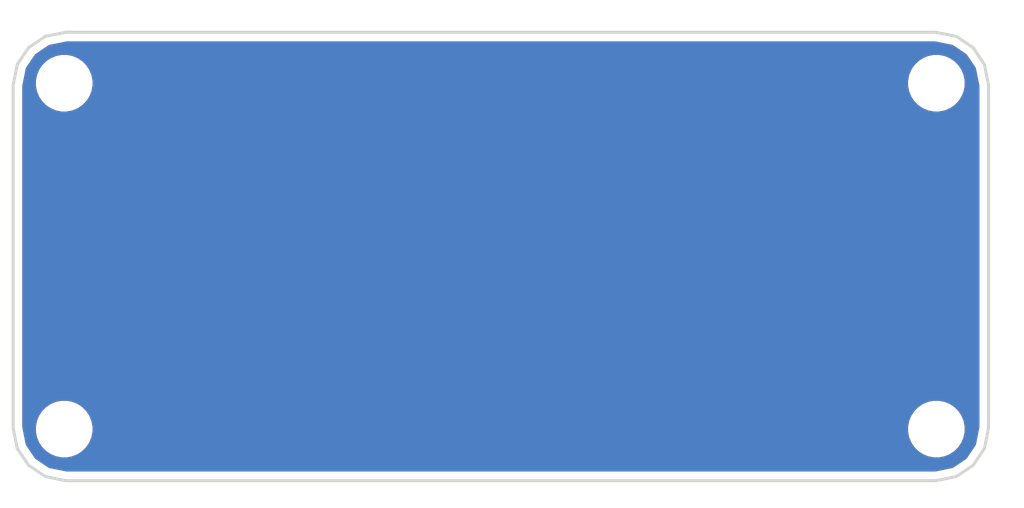
<source format=kicad_pcb>
(kicad_pcb (version 20171130) (host pcbnew "(5.1.9-0-10_14)")

  (general
    (thickness 1.6)
    (drawings 793)
    (tracks 0)
    (zones 0)
    (modules 1)
    (nets 1)
  )

  (page A4)
  (layers
    (0 F.Cu signal)
    (31 B.Cu signal)
    (32 B.Adhes user hide)
    (33 F.Adhes user hide)
    (34 B.Paste user hide)
    (35 F.Paste user hide)
    (36 B.SilkS user hide)
    (37 F.SilkS user hide)
    (38 B.Mask user)
    (39 F.Mask user)
    (40 Dwgs.User user hide)
    (41 Cmts.User user hide)
    (42 Eco1.User user hide)
    (43 Eco2.User user hide)
    (44 Edge.Cuts user)
    (45 Margin user hide)
    (46 B.CrtYd user hide)
    (47 F.CrtYd user hide)
    (48 B.Fab user hide)
    (49 F.Fab user hide)
  )

  (setup
    (last_trace_width 0.25)
    (trace_clearance 0.2)
    (zone_clearance 0.508)
    (zone_45_only no)
    (trace_min 0.2)
    (via_size 0.8)
    (via_drill 0.4)
    (via_min_size 0.4)
    (via_min_drill 0.3)
    (uvia_size 0.3)
    (uvia_drill 0.1)
    (uvias_allowed no)
    (uvia_min_size 0.2)
    (uvia_min_drill 0.1)
    (edge_width 0.05)
    (segment_width 0.2)
    (pcb_text_width 0.3)
    (pcb_text_size 1.5 1.5)
    (mod_edge_width 0.12)
    (mod_text_size 1 1)
    (mod_text_width 0.15)
    (pad_size 1.524 1.524)
    (pad_drill 0.762)
    (pad_to_mask_clearance 0)
    (aux_axis_origin 0 0)
    (visible_elements FFFFFF7F)
    (pcbplotparams
      (layerselection 0x010fc_ffffffff)
      (usegerberextensions false)
      (usegerberattributes true)
      (usegerberadvancedattributes true)
      (creategerberjobfile true)
      (excludeedgelayer true)
      (linewidth 0.100000)
      (plotframeref false)
      (viasonmask false)
      (mode 1)
      (useauxorigin false)
      (hpglpennumber 1)
      (hpglpenspeed 20)
      (hpglpendiameter 15.000000)
      (psnegative false)
      (psa4output false)
      (plotreference true)
      (plotvalue true)
      (plotinvisibletext false)
      (padsonsilk false)
      (subtractmaskfromsilk false)
      (outputformat 1)
      (mirror false)
      (drillshape 0)
      (scaleselection 1)
      (outputdirectory "gerbers"))
  )

  (net 0 "")

  (net_class Default "This is the default net class."
    (clearance 0.2)
    (trace_width 0.25)
    (via_dia 0.8)
    (via_drill 0.4)
    (uvia_dia 0.3)
    (uvia_drill 0.1)
  )

  (module Terraforms:Raspberry_Pi_Zero (layer F.Cu) (tedit 601745B6) (tstamp 601747C0)
    (at 121.11 76.4)
    (descr "Raspberry Pi Zero using through hole straight pin socket, 2x20, 2.54mm pitch, https://www.raspberrypi.org/documentation/hardware/raspberrypi/mechanical/rpi_MECH_Zero_1p2.pdf")
    (tags "raspberry pi zero through hole")
    (fp_text reference REF** (at -6.27 24.13 90) (layer F.SilkS)
      (effects (font (size 1 1) (thickness 0.15)))
    )
    (fp_text value Raspberry_Pi_Zero (at 33.02 15.31 180) (layer F.Fab)
      (effects (font (size 1 1) (thickness 0.15)))
    )
    (pad "" np_thru_hole circle (at 4.02 3.81) (size 2.75 2.75) (drill 2.75) (layers *.Cu *.Mask)
      (solder_mask_margin 1.625))
    (pad "" np_thru_hole circle (at 62.02 26.81) (size 2.75 2.75) (drill 2.75) (layers *.Cu *.Mask)
      (solder_mask_margin 1.625))
    (pad "" np_thru_hole circle (at 4.02 26.81) (size 2.75 2.75) (drill 2.75) (layers *.Cu *.Mask)
      (solder_mask_margin 1.625))
    (pad "" np_thru_hole circle (at 62.02 3.81) (size 2.75 2.75) (drill 2.75) (layers *.Cu *.Mask)
      (solder_mask_margin 1.625))
    (model ${KISYS3DMOD}/Module.3dshapes/Raspberry_Pi_Zero_Socketed_THT_FaceDown_MountingHoles.wrl
      (at (xyz 0 0 0))
      (scale (xyz 1 1 1))
      (rotate (xyz 0 0 0))
    )
  )

  (gr_line (start 131.0428 100.92) (end 131.0428 99.15431) (layer B.Mask) (width 0.2))
  (gr_line (start 130.0273 102.23442) (end 128.82879 103.34417) (layer B.Mask) (width 0.2))
  (gr_line (start 128.82879 103.34417) (end 128.82879 104.71357) (layer B.Mask) (width 0.2))
  (gr_line (start 131.44253 94.173574) (end 130.936763 94.785468) (layer B.Mask) (width 0.2))
  (gr_line (start 130.936763 94.785468) (end 130.323767 95.290328) (layer B.Mask) (width 0.2))
  (gr_line (start 130.323767 95.290328) (end 129.620197 95.671529) (layer B.Mask) (width 0.2))
  (gr_line (start 129.620197 95.671529) (end 128.84271 95.912445) (layer B.Mask) (width 0.2))
  (gr_line (start 128.84271 95.912445) (end 128.00796 95.99645) (layer B.Mask) (width 0.2))
  (gr_line (start 128.00796 95.99645) (end 127.196124 95.916273) (layer B.Mask) (width 0.2))
  (gr_line (start 127.196124 95.916273) (end 126.422888 95.68173) (layer B.Mask) (width 0.2))
  (gr_line (start 126.422888 95.68173) (end 125.709981 95.301805) (layer B.Mask) (width 0.2))
  (gr_line (start 125.709981 95.301805) (end 125.079131 94.785482) (layer B.Mask) (width 0.2))
  (gr_line (start 125.079131 94.785482) (end 124.561874 94.155771) (layer B.Mask) (width 0.2))
  (gr_line (start 124.561874 94.155771) (end 124.181264 93.444153) (layer B.Mask) (width 0.2))
  (gr_line (start 124.181264 93.444153) (end 123.946299 92.672317) (layer B.Mask) (width 0.2))
  (gr_line (start 123.946299 92.672317) (end 123.86598 91.86195) (layer B.Mask) (width 0.2))
  (gr_line (start 123.86598 91.86195) (end 123.946299 91.051584) (layer B.Mask) (width 0.2))
  (gr_line (start 123.946299 91.051584) (end 124.181264 90.279747) (layer B.Mask) (width 0.2))
  (gr_line (start 124.181264 90.279747) (end 124.561874 89.568129) (layer B.Mask) (width 0.2))
  (gr_line (start 124.561874 89.568129) (end 125.079131 88.938418) (layer B.Mask) (width 0.2))
  (gr_line (start 125.079131 88.938418) (end 125.709981 88.422095) (layer B.Mask) (width 0.2))
  (gr_line (start 125.709981 88.422095) (end 126.422888 88.04217) (layer B.Mask) (width 0.2))
  (gr_line (start 126.422888 88.04217) (end 127.196124 87.807627) (layer B.Mask) (width 0.2))
  (gr_line (start 127.196124 87.807627) (end 128.00796 87.72745) (layer B.Mask) (width 0.2))
  (gr_line (start 128.00796 87.72745) (end 128.84271 87.811455) (layer B.Mask) (width 0.2))
  (gr_line (start 128.84271 87.811455) (end 129.620197 88.052371) (layer B.Mask) (width 0.2))
  (gr_line (start 129.620197 88.052371) (end 130.323767 88.433572) (layer B.Mask) (width 0.2))
  (gr_line (start 130.323767 88.433572) (end 130.936763 88.938432) (layer B.Mask) (width 0.2))
  (gr_line (start 130.936763 88.938432) (end 131.44253 89.550326) (layer B.Mask) (width 0.2))
  (gr_line (start 129.50834 91.86145) (end 129.39411 92.434698) (layer B.Mask) (width 0.2))
  (gr_line (start 129.39411 92.434698) (end 129.06881 92.920675) (layer B.Mask) (width 0.2))
  (gr_line (start 129.06881 92.920675) (end 128.581964 93.245394) (layer B.Mask) (width 0.2))
  (gr_line (start 128.581964 93.245394) (end 128.00769 93.35942) (layer B.Mask) (width 0.2))
  (gr_line (start 128.00769 93.35942) (end 127.433416 93.245394) (layer B.Mask) (width 0.2))
  (gr_line (start 127.433416 93.245394) (end 126.94657 92.920675) (layer B.Mask) (width 0.2))
  (gr_line (start 126.94657 92.920675) (end 126.62127 92.434698) (layer B.Mask) (width 0.2))
  (gr_line (start 126.62127 92.434698) (end 126.50704 91.86145) (layer B.Mask) (width 0.2))
  (gr_line (start 126.50704 91.86145) (end 126.62127 91.288202) (layer B.Mask) (width 0.2))
  (gr_line (start 126.62127 91.288202) (end 126.94657 90.802225) (layer B.Mask) (width 0.2))
  (gr_line (start 126.94657 90.802225) (end 127.433416 90.477506) (layer B.Mask) (width 0.2))
  (gr_line (start 127.433416 90.477506) (end 128.00769 90.36348) (layer B.Mask) (width 0.2))
  (gr_line (start 128.00769 90.36348) (end 128.581964 90.477506) (layer B.Mask) (width 0.2))
  (gr_line (start 128.581964 90.477506) (end 129.06881 90.802225) (layer B.Mask) (width 0.2))
  (gr_line (start 129.06881 90.802225) (end 129.39411 91.288202) (layer B.Mask) (width 0.2))
  (gr_line (start 129.39411 91.288202) (end 129.50834 91.86145) (layer B.Mask) (width 0.2))
  (gr_line (start 129.50834 91.86145) (end 129.50834 91.86145) (layer B.Mask) (width 0.2))
  (gr_line (start 173.9281 100.92) (end 174.180971 100.835785) (layer B.Mask) (width 0.2))
  (gr_line (start 174.180971 100.835785) (end 174.265073 100.751796) (layer B.Mask) (width 0.2))
  (gr_line (start 159.503973 89.579555) (end 159.4845 89.78665) (layer B.Mask) (width 0.2))
  (gr_line (start 159.410981 89.079306) (end 159.503973 89.579555) (layer B.Mask) (width 0.2))
  (gr_line (start 159.155429 88.667385) (end 159.410981 89.079306) (layer B.Mask) (width 0.2))
  (gr_line (start 159.421282 88.589972) (end 159.155429 88.667385) (layer B.Mask) (width 0.2))
  (gr_line (start 159.828423 88.767218) (end 159.421282 88.589972) (layer B.Mask) (width 0.2))
  (gr_line (start 159.997015 89.195056) (end 159.828423 88.767218) (layer B.Mask) (width 0.2))
  (gr_line (start 159.848919 89.598623) (end 159.997015 89.195056) (layer B.Mask) (width 0.2))
  (gr_line (start 159.4845 89.78665) (end 159.848919 89.598623) (layer B.Mask) (width 0.2))
  (gr_line (start 156.994999 89.78665) (end 156.995 89.78665) (layer B.Mask) (width 0.2))
  (gr_line (start 156.630333 89.598623) (end 156.994999 89.78665) (layer B.Mask) (width 0.2))
  (gr_line (start 156.482202 89.195056) (end 156.630333 89.598623) (layer B.Mask) (width 0.2))
  (gr_line (start 156.650865 88.767217) (end 156.482202 89.195056) (layer B.Mask) (width 0.2))
  (gr_line (start 157.057653 88.589972) (end 156.650865 88.767217) (layer B.Mask) (width 0.2))
  (gr_line (start 157.324071 88.667385) (end 157.057653 88.589972) (layer B.Mask) (width 0.2))
  (gr_line (start 157.068131 89.079306) (end 157.324071 88.667385) (layer B.Mask) (width 0.2))
  (gr_line (start 156.974962 89.579555) (end 157.068131 89.079306) (layer B.Mask) (width 0.2))
  (gr_line (start 156.995 89.78665) (end 156.974962 89.579555) (layer B.Mask) (width 0.2))
  (gr_line (start 159.340175 90.230272) (end 159.4842 89.78665) (layer B.Mask) (width 0.2))
  (gr_line (start 159.06436 90.586209) (end 159.340175 90.230272) (layer B.Mask) (width 0.2))
  (gr_line (start 158.687315 90.822909) (end 159.06436 90.586209) (layer B.Mask) (width 0.2))
  (gr_line (start 158.2396 90.90882) (end 158.687315 90.822909) (layer B.Mask) (width 0.2))
  (gr_line (start 157.791885 90.822909) (end 158.2396 90.90882) (layer B.Mask) (width 0.2))
  (gr_line (start 157.414841 90.586209) (end 157.791885 90.822909) (layer B.Mask) (width 0.2))
  (gr_line (start 157.139026 90.230272) (end 157.414841 90.586209) (layer B.Mask) (width 0.2))
  (gr_line (start 156.995 89.78665) (end 157.139026 90.230272) (layer B.Mask) (width 0.2))
  (gr_line (start 160.451 81.01145) (end 160.451 81.01145) (layer B.Mask) (width 0.2))
  (gr_line (start 160.299276 80.250117) (end 160.451 81.01145) (layer B.Mask) (width 0.2))
  (gr_line (start 159.867202 79.604689) (end 160.299276 80.250117) (layer B.Mask) (width 0.2))
  (gr_line (start 159.220558 79.173429) (end 159.867202 79.604689) (layer B.Mask) (width 0.2))
  (gr_line (start 158.45779 79.02199) (end 159.220558 79.173429) (layer B.Mask) (width 0.2))
  (gr_line (start 157.695022 79.173429) (end 158.45779 79.02199) (layer B.Mask) (width 0.2))
  (gr_line (start 157.048378 79.604689) (end 157.695022 79.173429) (layer B.Mask) (width 0.2))
  (gr_line (start 156.616304 80.250117) (end 157.048378 79.604689) (layer B.Mask) (width 0.2))
  (gr_line (start 156.46458 81.01145) (end 156.616304 80.250117) (layer B.Mask) (width 0.2))
  (gr_line (start 156.621216 81.785838) (end 156.46458 81.01145) (layer B.Mask) (width 0.2))
  (gr_line (start 157.048378 82.418211) (end 156.621216 81.785838) (layer B.Mask) (width 0.2))
  (gr_line (start 157.681943 82.844568) (end 157.048378 82.418211) (layer B.Mask) (width 0.2))
  (gr_line (start 158.45779 83.00091) (end 157.681943 82.844568) (layer B.Mask) (width 0.2))
  (gr_line (start 159.220558 82.849471) (end 158.45779 83.00091) (layer B.Mask) (width 0.2))
  (gr_line (start 159.867202 82.418211) (end 159.220558 82.849471) (layer B.Mask) (width 0.2))
  (gr_line (start 160.299276 81.772783) (end 159.867202 82.418211) (layer B.Mask) (width 0.2))
  (gr_line (start 160.451 81.01145) (end 160.299276 81.772783) (layer B.Mask) (width 0.2))
  (gr_line (start 150.3532 81.01145) (end 150.3532 81.01145) (layer B.Mask) (width 0.2))
  (gr_line (start 150.201488 80.250107) (end 150.3532 81.01145) (layer B.Mask) (width 0.2))
  (gr_line (start 149.76942 79.604667) (end 150.201488 80.250107) (layer B.Mask) (width 0.2))
  (gr_line (start 149.122775 79.173395) (end 149.76942 79.604667) (layer B.Mask) (width 0.2))
  (gr_line (start 148.36 79.02195) (end 149.122775 79.173395) (layer B.Mask) (width 0.2))
  (gr_line (start 147.597225 79.173395) (end 148.36 79.02195) (layer B.Mask) (width 0.2))
  (gr_line (start 146.95058 79.604667) (end 147.597225 79.173395) (layer B.Mask) (width 0.2))
  (gr_line (start 146.518512 80.250107) (end 146.95058 79.604667) (layer B.Mask) (width 0.2))
  (gr_line (start 146.3668 81.01145) (end 146.518512 80.250107) (layer B.Mask) (width 0.2))
  (gr_line (start 146.523453 81.785816) (end 146.3668 81.01145) (layer B.Mask) (width 0.2))
  (gr_line (start 146.950615 82.418168) (end 146.523453 81.785816) (layer B.Mask) (width 0.2))
  (gr_line (start 147.58417 82.844512) (end 146.950615 82.418168) (layer B.Mask) (width 0.2))
  (gr_line (start 148.36 83.00085) (end 147.58417 82.844512) (layer B.Mask) (width 0.2))
  (gr_line (start 149.13583 82.844512) (end 148.36 83.00085) (layer B.Mask) (width 0.2))
  (gr_line (start 149.769385 82.418168) (end 149.13583 82.844512) (layer B.Mask) (width 0.2))
  (gr_line (start 150.196547 81.785816) (end 149.769385 82.418168) (layer B.Mask) (width 0.2))
  (gr_line (start 150.3532 81.01145) (end 150.196547 81.785816) (layer B.Mask) (width 0.2))
  (gr_line (start 140.2554 81.01145) (end 140.2554 81.01145) (layer B.Mask) (width 0.2))
  (gr_line (start 140.103679 80.250084) (end 140.2554 81.01145) (layer B.Mask) (width 0.2))
  (gr_line (start 139.671585 79.604632) (end 140.103679 80.250084) (layer B.Mask) (width 0.2))
  (gr_line (start 139.024905 79.173367) (end 139.671585 79.604632) (layer B.Mask) (width 0.2))
  (gr_line (start 138.2621 79.02195) (end 139.024905 79.173367) (layer B.Mask) (width 0.2))
  (gr_line (start 137.499325 79.173395) (end 138.2621 79.02195) (layer B.Mask) (width 0.2))
  (gr_line (start 136.85268 79.604667) (end 137.499325 79.173395) (layer B.Mask) (width 0.2))
  (gr_line (start 136.420612 80.250107) (end 136.85268 79.604667) (layer B.Mask) (width 0.2))
  (gr_line (start 136.2689 81.01145) (end 136.420612 80.250107) (layer B.Mask) (width 0.2))
  (gr_line (start 136.425553 81.785816) (end 136.2689 81.01145) (layer B.Mask) (width 0.2))
  (gr_line (start 136.852715 82.418168) (end 136.425553 81.785816) (layer B.Mask) (width 0.2))
  (gr_line (start 137.48627 82.844512) (end 136.852715 82.418168) (layer B.Mask) (width 0.2))
  (gr_line (start 138.2621 83.00085) (end 137.48627 82.844512) (layer B.Mask) (width 0.2))
  (gr_line (start 139.024882 82.849443) (end 138.2621 83.00085) (layer B.Mask) (width 0.2))
  (gr_line (start 139.671549 82.418204) (end 139.024882 82.849443) (layer B.Mask) (width 0.2))
  (gr_line (start 140.10365 81.772786) (end 139.671549 82.418204) (layer B.Mask) (width 0.2))
  (gr_line (start 140.2554 81.01145) (end 140.10365 81.772786) (layer B.Mask) (width 0.2))
  (gr_line (start 170.5488 81.01145) (end 170.5488 81.01145) (layer B.Mask) (width 0.2))
  (gr_line (start 170.397076 80.250117) (end 170.5488 81.01145) (layer B.Mask) (width 0.2))
  (gr_line (start 169.965002 79.604689) (end 170.397076 80.250117) (layer B.Mask) (width 0.2))
  (gr_line (start 169.318358 79.173429) (end 169.965002 79.604689) (layer B.Mask) (width 0.2))
  (gr_line (start 168.55559 79.02199) (end 169.318358 79.173429) (layer B.Mask) (width 0.2))
  (gr_line (start 167.792822 79.173429) (end 168.55559 79.02199) (layer B.Mask) (width 0.2))
  (gr_line (start 167.146178 79.604689) (end 167.792822 79.173429) (layer B.Mask) (width 0.2))
  (gr_line (start 166.714104 80.250117) (end 167.146178 79.604689) (layer B.Mask) (width 0.2))
  (gr_line (start 166.56238 81.01145) (end 166.714104 80.250117) (layer B.Mask) (width 0.2))
  (gr_line (start 166.719016 81.785838) (end 166.56238 81.01145) (layer B.Mask) (width 0.2))
  (gr_line (start 167.146178 82.418211) (end 166.719016 81.785838) (layer B.Mask) (width 0.2))
  (gr_line (start 167.779743 82.844568) (end 167.146178 82.418211) (layer B.Mask) (width 0.2))
  (gr_line (start 168.55559 83.00091) (end 167.779743 82.844568) (layer B.Mask) (width 0.2))
  (gr_line (start 169.318358 82.849471) (end 168.55559 83.00091) (layer B.Mask) (width 0.2))
  (gr_line (start 169.965002 82.418211) (end 169.318358 82.849471) (layer B.Mask) (width 0.2))
  (gr_line (start 170.397076 81.772783) (end 169.965002 82.418211) (layer B.Mask) (width 0.2))
  (gr_line (start 170.5488 81.01145) (end 170.397076 81.772783) (layer B.Mask) (width 0.2))
  (gr_line (start 168.8036 94.89305) (end 168.8036 94.89305) (layer B.Mask) (width 0.2))
  (gr_line (start 168.651876 94.131717) (end 168.8036 94.89305) (layer B.Mask) (width 0.2))
  (gr_line (start 168.219802 93.486289) (end 168.651876 94.131717) (layer B.Mask) (width 0.2))
  (gr_line (start 167.573158 93.055029) (end 168.219802 93.486289) (layer B.Mask) (width 0.2))
  (gr_line (start 166.81039 92.90359) (end 167.573158 93.055029) (layer B.Mask) (width 0.2))
  (gr_line (start 166.047622 93.055029) (end 166.81039 92.90359) (layer B.Mask) (width 0.2))
  (gr_line (start 165.400978 93.486289) (end 166.047622 93.055029) (layer B.Mask) (width 0.2))
  (gr_line (start 164.968904 94.131717) (end 165.400978 93.486289) (layer B.Mask) (width 0.2))
  (gr_line (start 164.81718 94.89305) (end 164.968904 94.131717) (layer B.Mask) (width 0.2))
  (gr_line (start 164.973816 95.667438) (end 164.81718 94.89305) (layer B.Mask) (width 0.2))
  (gr_line (start 165.400978 96.299811) (end 164.973816 95.667438) (layer B.Mask) (width 0.2))
  (gr_line (start 166.034543 96.726168) (end 165.400978 96.299811) (layer B.Mask) (width 0.2))
  (gr_line (start 166.81039 96.88251) (end 166.034543 96.726168) (layer B.Mask) (width 0.2))
  (gr_line (start 167.573158 96.731071) (end 166.81039 96.88251) (layer B.Mask) (width 0.2))
  (gr_line (start 168.219802 96.299811) (end 167.573158 96.731071) (layer B.Mask) (width 0.2))
  (gr_line (start 168.651876 95.654383) (end 168.219802 96.299811) (layer B.Mask) (width 0.2))
  (gr_line (start 168.8036 94.89305) (end 168.651876 95.654383) (layer B.Mask) (width 0.2))
  (gr_line (start 178.1393 94.89305) (end 178.1393 94.89305) (layer B.Mask) (width 0.2))
  (gr_line (start 177.987576 94.131717) (end 178.1393 94.89305) (layer B.Mask) (width 0.2))
  (gr_line (start 177.555502 93.486289) (end 177.987576 94.131717) (layer B.Mask) (width 0.2))
  (gr_line (start 176.908858 93.055029) (end 177.555502 93.486289) (layer B.Mask) (width 0.2))
  (gr_line (start 176.14609 92.90359) (end 176.908858 93.055029) (layer B.Mask) (width 0.2))
  (gr_line (start 175.383322 93.055029) (end 176.14609 92.90359) (layer B.Mask) (width 0.2))
  (gr_line (start 174.736678 93.486289) (end 175.383322 93.055029) (layer B.Mask) (width 0.2))
  (gr_line (start 174.304604 94.131717) (end 174.736678 93.486289) (layer B.Mask) (width 0.2))
  (gr_line (start 174.15288 94.89305) (end 174.304604 94.131717) (layer B.Mask) (width 0.2))
  (gr_line (start 174.309516 95.667438) (end 174.15288 94.89305) (layer B.Mask) (width 0.2))
  (gr_line (start 174.736678 96.299811) (end 174.309516 95.667438) (layer B.Mask) (width 0.2))
  (gr_line (start 175.370243 96.726168) (end 174.736678 96.299811) (layer B.Mask) (width 0.2))
  (gr_line (start 176.14609 96.88251) (end 175.370243 96.726168) (layer B.Mask) (width 0.2))
  (gr_line (start 176.908858 96.731071) (end 176.14609 96.88251) (layer B.Mask) (width 0.2))
  (gr_line (start 177.555502 96.299811) (end 176.908858 96.731071) (layer B.Mask) (width 0.2))
  (gr_line (start 177.987576 95.654383) (end 177.555502 96.299811) (layer B.Mask) (width 0.2))
  (gr_line (start 178.1393 94.89305) (end 177.987576 95.654383) (layer B.Mask) (width 0.2))
  (gr_line (start 159.926 94.89305) (end 159.926 94.89305) (layer B.Mask) (width 0.2))
  (gr_line (start 159.792731 94.224292) (end 159.926 94.89305) (layer B.Mask) (width 0.2))
  (gr_line (start 159.413214 93.657346) (end 159.792731 94.224292) (layer B.Mask) (width 0.2))
  (gr_line (start 158.845227 93.278524) (end 159.413214 93.657346) (layer B.Mask) (width 0.2))
  (gr_line (start 158.17524 93.1455) (end 158.845227 93.278524) (layer B.Mask) (width 0.2))
  (gr_line (start 157.505253 93.278524) (end 158.17524 93.1455) (layer B.Mask) (width 0.2))
  (gr_line (start 156.937266 93.657346) (end 157.505253 93.278524) (layer B.Mask) (width 0.2))
  (gr_line (start 156.557749 94.224292) (end 156.937266 93.657346) (layer B.Mask) (width 0.2))
  (gr_line (start 156.42448 94.89305) (end 156.557749 94.224292) (layer B.Mask) (width 0.2))
  (gr_line (start 156.557749 95.561808) (end 156.42448 94.89305) (layer B.Mask) (width 0.2))
  (gr_line (start 156.937266 96.128754) (end 156.557749 95.561808) (layer B.Mask) (width 0.2))
  (gr_line (start 157.505253 96.507576) (end 156.937266 96.128754) (layer B.Mask) (width 0.2))
  (gr_line (start 158.17524 96.6406) (end 157.505253 96.507576) (layer B.Mask) (width 0.2))
  (gr_line (start 158.845227 96.507576) (end 158.17524 96.6406) (layer B.Mask) (width 0.2))
  (gr_line (start 159.413214 96.128754) (end 158.845227 96.507576) (layer B.Mask) (width 0.2))
  (gr_line (start 159.792731 95.561808) (end 159.413214 96.128754) (layer B.Mask) (width 0.2))
  (gr_line (start 159.926 94.89305) (end 159.792731 95.561808) (layer B.Mask) (width 0.2))
  (gr_line (start 160.4262 94.89305) (end 160.4262 94.89305) (layer B.Mask) (width 0.2))
  (gr_line (start 160.254854 94.033176) (end 160.4262 94.89305) (layer B.Mask) (width 0.2))
  (gr_line (start 159.766903 93.304209) (end 160.254854 94.033176) (layer B.Mask) (width 0.2))
  (gr_line (start 159.036633 92.817131) (end 159.766903 93.304209) (layer B.Mask) (width 0.2))
  (gr_line (start 158.17522 92.64609) (end 159.036633 92.817131) (layer B.Mask) (width 0.2))
  (gr_line (start 157.313807 92.817131) (end 158.17522 92.64609) (layer B.Mask) (width 0.2))
  (gr_line (start 156.583537 93.304209) (end 157.313807 92.817131) (layer B.Mask) (width 0.2))
  (gr_line (start 156.095586 94.033176) (end 156.583537 93.304209) (layer B.Mask) (width 0.2))
  (gr_line (start 155.92424 94.89305) (end 156.095586 94.033176) (layer B.Mask) (width 0.2))
  (gr_line (start 156.095586 95.752924) (end 155.92424 94.89305) (layer B.Mask) (width 0.2))
  (gr_line (start 156.583537 96.481891) (end 156.095586 95.752924) (layer B.Mask) (width 0.2))
  (gr_line (start 157.313807 96.96897) (end 156.583537 96.481891) (layer B.Mask) (width 0.2))
  (gr_line (start 158.17522 97.14001) (end 157.313807 96.96897) (layer B.Mask) (width 0.2))
  (gr_line (start 159.036633 96.96897) (end 158.17522 97.14001) (layer B.Mask) (width 0.2))
  (gr_line (start 159.766903 96.481891) (end 159.036633 96.96897) (layer B.Mask) (width 0.2))
  (gr_line (start 160.254854 95.752924) (end 159.766903 96.481891) (layer B.Mask) (width 0.2))
  (gr_line (start 160.4262 94.89305) (end 160.254854 95.752924) (layer B.Mask) (width 0.2))
  (gr_line (start 132.1499 91.86195) (end 132.1499 91.86195) (layer B.Mask) (width 0.2))
  (gr_line (start 132.065754 91.02871) (end 132.1499 91.86195) (layer B.Mask) (width 0.2))
  (gr_line (start 131.824413 90.252627) (end 132.065754 91.02871) (layer B.Mask) (width 0.2))
  (gr_line (start 131.44253 89.550326) (end 131.824413 90.252627) (layer B.Mask) (width 0.2))
  (gr_line (start 131.824413 93.471273) (end 131.44253 94.173574) (layer B.Mask) (width 0.2))
  (gr_line (start 132.065754 92.69519) (end 131.824413 93.471273) (layer B.Mask) (width 0.2))
  (gr_line (start 132.1499 91.86195) (end 132.065754 92.69519) (layer B.Mask) (width 0.2))
  (gr_line (start 138.14412 102.23442) (end 130.0273 102.23442) (layer B.Mask) (width 0.2))
  (gr_line (start 139.3426 103.34417) (end 138.14412 102.23442) (layer B.Mask) (width 0.2))
  (gr_line (start 139.3426 104.71357) (end 139.3426 103.34417) (layer B.Mask) (width 0.2))
  (gr_line (start 128.82879 104.71357) (end 139.3426 104.71357) (layer B.Mask) (width 0.2))
  (gr_line (start 165.755189 102.933736) (end 160.5014 102.93374) (layer B.Mask) (width 0.2))
  (gr_line (start 166.5313 103.73059) (end 165.755189 102.933736) (layer B.Mask) (width 0.2))
  (gr_line (start 166.5313 104.71326) (end 166.5313 103.73059) (layer B.Mask) (width 0.2))
  (gr_line (start 159.7252 104.71326) (end 166.5313 104.71326) (layer B.Mask) (width 0.2))
  (gr_line (start 159.725289 103.730594) (end 159.7252 104.71326) (layer B.Mask) (width 0.2))
  (gr_line (start 160.5014 102.93374) (end 159.725289 103.730594) (layer B.Mask) (width 0.2))
  (gr_line (start 178.278272 102.933736) (end 173.0241 102.93374) (layer B.Mask) (width 0.2))
  (gr_line (start 179.0541 103.73059) (end 178.278272 102.933736) (layer B.Mask) (width 0.2))
  (gr_line (start 179.0541 104.71326) (end 179.0541 103.73059) (layer B.Mask) (width 0.2))
  (gr_line (start 172.2483 104.71326) (end 179.0541 104.71326) (layer B.Mask) (width 0.2))
  (gr_line (start 172.248272 103.730594) (end 172.2483 104.71326) (layer B.Mask) (width 0.2))
  (gr_line (start 173.0241 102.93374) (end 172.248272 103.730594) (layer B.Mask) (width 0.2))
  (gr_line (start 169.7374 86.85255) (end 169.1088 86.85255) (layer B.Mask) (width 0.2))
  (gr_line (start 169.7374 85.01515) (end 169.7374 86.85255) (layer B.Mask) (width 0.2))
  (gr_line (start 169.1071 85.01515) (end 169.7374 85.01515) (layer B.Mask) (width 0.2))
  (gr_line (start 167.3368 85.01515) (end 167.9647 85.01515) (layer B.Mask) (width 0.2))
  (gr_line (start 167.3368 86.85255) (end 167.3368 85.01515) (layer B.Mask) (width 0.2))
  (gr_line (start 167.9667 86.85255) (end 167.3368 86.85255) (layer B.Mask) (width 0.2))
  (gr_line (start 149.8368 85.01515) (end 149.8368 86.85255) (layer B.Mask) (width 0.2))
  (gr_line (start 149.1631 85.01515) (end 149.1631 86.85255) (layer B.Mask) (width 0.2))
  (gr_line (start 148.48939 85.933655) (end 147.1417 86.78995) (layer B.Mask) (width 0.2))
  (gr_line (start 147.1417 85.07745) (end 148.48939 85.933655) (layer B.Mask) (width 0.2))
  (gr_line (start 147.1417 86.78995) (end 147.1417 85.07745) (layer B.Mask) (width 0.2))
  (gr_line (start 138.65742 85.933655) (end 140.0052 86.78986) (layer B.Mask) (width 0.2))
  (gr_line (start 140.0052 85.07745) (end 138.65742 85.933655) (layer B.Mask) (width 0.2))
  (gr_line (start 137.3599 85.933655) (end 138.7074 86.78986) (layer B.Mask) (width 0.2))
  (gr_line (start 138.7074 85.07745) (end 137.3599 85.933655) (layer B.Mask) (width 0.2))
  (gr_line (start 136.686 85.01515) (end 136.686 86.85255) (layer B.Mask) (width 0.2))
  (gr_line (start 160.2928 85.01515) (end 160.2928 86.85255) (layer B.Mask) (width 0.2))
  (gr_line (start 159.61911 85.933655) (end 158.2715 86.78986) (layer B.Mask) (width 0.2))
  (gr_line (start 158.2715 85.07745) (end 159.61911 85.933655) (layer B.Mask) (width 0.2))
  (gr_line (start 158.32123 85.933655) (end 156.9739 86.78986) (layer B.Mask) (width 0.2))
  (gr_line (start 156.9739 85.07745) (end 158.32123 85.933655) (layer B.Mask) (width 0.2))
  (gr_line (start 168.7817 89.62345) (end 170.2976 89.62345) (layer B.Mask) (width 0.2))
  (gr_line (start 167.3498 90.63225) (end 167.3498 88.86655) (layer B.Mask) (width 0.2))
  (gr_line (start 167.3498 88.86655) (end 168.3607 88.86655) (layer B.Mask) (width 0.2))
  (gr_line (start 166.254739 90.632241) (end 165.9178 90.63225) (layer B.Mask) (width 0.2))
  (gr_line (start 166.423226 90.548026) (end 166.254739 90.632241) (layer B.Mask) (width 0.2))
  (gr_line (start 166.591713 90.380104) (end 166.423226 90.548026) (layer B.Mask) (width 0.2))
  (gr_line (start 166.676098 90.211787) (end 166.591713 90.380104) (layer B.Mask) (width 0.2))
  (gr_line (start 166.7602 89.95965) (end 166.676098 90.211787) (layer B.Mask) (width 0.2))
  (gr_line (start 166.760161 89.539227) (end 166.7602 89.95965) (layer B.Mask) (width 0.2))
  (gr_line (start 166.676058 89.286977) (end 166.760161 89.539227) (layer B.Mask) (width 0.2))
  (gr_line (start 166.591674 89.11897) (end 166.676058 89.286977) (layer B.Mask) (width 0.2))
  (gr_line (start 166.423187 88.950737) (end 166.591674 89.11897) (layer B.Mask) (width 0.2))
  (gr_line (start 166.2547 88.86655) (end 166.423187 88.950737) (layer B.Mask) (width 0.2))
  (gr_line (start 165.917778 88.866573) (end 166.2547 88.86655) (layer B.Mask) (width 0.2))
  (gr_line (start 165.749574 88.95076) (end 165.917778 88.866573) (layer B.Mask) (width 0.2))
  (gr_line (start 165.581087 89.118993) (end 165.749574 88.95076) (layer B.Mask) (width 0.2))
  (gr_line (start 165.496702 89.287) (end 165.581087 89.118993) (layer B.Mask) (width 0.2))
  (gr_line (start 165.4126 89.53925) (end 165.496702 89.287) (layer B.Mask) (width 0.2))
  (gr_line (start 165.412622 89.959659) (end 165.4126 89.53925) (layer B.Mask) (width 0.2))
  (gr_line (start 165.496725 90.211796) (end 165.412622 89.959659) (layer B.Mask) (width 0.2))
  (gr_line (start 165.581109 90.380113) (end 165.496725 90.211796) (layer B.Mask) (width 0.2))
  (gr_line (start 165.749596 90.548035) (end 165.581109 90.380113) (layer B.Mask) (width 0.2))
  (gr_line (start 165.9178 90.63225) (end 165.749596 90.548035) (layer B.Mask) (width 0.2))
  (gr_line (start 163.728 90.63225) (end 164.401664 88.86656) (layer B.Mask) (width 0.2))
  (gr_line (start 165.0759 90.63225) (end 164.401672 88.86656) (layer B.Mask) (width 0.2))
  (gr_line (start 178.6733 90.38015) (end 178.6733 88.86675) (layer B.Mask) (width 0.2))
  (gr_line (start 177.9153 89.62345) (end 179.4317 89.62345) (layer B.Mask) (width 0.2))
  (gr_line (start 176.4836 90.63225) (end 176.4836 88.86675) (layer B.Mask) (width 0.2))
  (gr_line (start 176.4836 88.86675) (end 177.4942 88.86675) (layer B.Mask) (width 0.2))
  (gr_line (start 175.388239 90.632242) (end 175.0516 90.63225) (layer B.Mask) (width 0.2))
  (gr_line (start 175.556726 90.548337) (end 175.388239 90.632242) (layer B.Mask) (width 0.2))
  (gr_line (start 175.725213 90.380104) (end 175.556726 90.548337) (layer B.Mask) (width 0.2))
  (gr_line (start 175.809598 90.211787) (end 175.725213 90.380104) (layer B.Mask) (width 0.2))
  (gr_line (start 175.8937 89.95965) (end 175.809598 90.211787) (layer B.Mask) (width 0.2))
  (gr_line (start 175.893761 89.539229) (end 175.8937 89.95965) (layer B.Mask) (width 0.2))
  (gr_line (start 175.809658 89.286979) (end 175.893761 89.539229) (layer B.Mask) (width 0.2))
  (gr_line (start 175.725274 89.118972) (end 175.809658 89.286979) (layer B.Mask) (width 0.2))
  (gr_line (start 175.556787 88.950739) (end 175.725274 89.118972) (layer B.Mask) (width 0.2))
  (gr_line (start 175.3883 88.86675) (end 175.556787 88.950739) (layer B.Mask) (width 0.2))
  (gr_line (start 175.051561 88.866771) (end 175.3883 88.86675) (layer B.Mask) (width 0.2))
  (gr_line (start 174.883074 88.95076) (end 175.051561 88.866771) (layer B.Mask) (width 0.2))
  (gr_line (start 174.714587 89.118993) (end 174.883074 88.95076) (layer B.Mask) (width 0.2))
  (gr_line (start 174.630202 89.287) (end 174.714587 89.118993) (layer B.Mask) (width 0.2))
  (gr_line (start 174.5461 89.53925) (end 174.630202 89.287) (layer B.Mask) (width 0.2))
  (gr_line (start 174.546139 89.959658) (end 174.5461 89.53925) (layer B.Mask) (width 0.2))
  (gr_line (start 174.630242 90.211795) (end 174.546139 89.959658) (layer B.Mask) (width 0.2))
  (gr_line (start 174.714626 90.380112) (end 174.630242 90.211795) (layer B.Mask) (width 0.2))
  (gr_line (start 174.883113 90.548345) (end 174.714626 90.380112) (layer B.Mask) (width 0.2))
  (gr_line (start 175.0516 90.63225) (end 174.883113 90.548345) (layer B.Mask) (width 0.2))
  (gr_line (start 172.8615 90.63225) (end 173.535728 88.86675) (layer B.Mask) (width 0.2))
  (gr_line (start 174.2094 90.63225) (end 173.535736 88.86675) (layer B.Mask) (width 0.2))
  (gr_line (start 136.6862 100.92) (end 136.6862 99.15431) (layer B.Mask) (width 0.2))
  (gr_line (start 134.6645 100.92) (end 134.6645 99.15431) (layer B.Mask) (width 0.2))
  (gr_line (start 134.6645 100.92) (end 135.338474 99.15431) (layer B.Mask) (width 0.2))
  (gr_line (start 136.0123 100.92) (end 135.3385 99.15431) (layer B.Mask) (width 0.2))
  (gr_line (start 136.0123 100.92) (end 136.0123 99.15431) (layer B.Mask) (width 0.2))
  (gr_line (start 132.8958 100.92) (end 132.8958 99.15431) (layer B.Mask) (width 0.2))
  (gr_line (start 133.4852 99.15431) (end 132.8958 99.15431) (layer B.Mask) (width 0.2))
  (gr_line (start 133.738 99.23849) (end 133.4852 99.15431) (layer B.Mask) (width 0.2))
  (gr_line (start 133.9065 99.40641) (end 133.738 99.23849) (layer B.Mask) (width 0.2))
  (gr_line (start 133.9908 99.57473) (end 133.9065 99.40641) (layer B.Mask) (width 0.2))
  (gr_line (start 134.075 99.82687) (end 133.9908 99.57473) (layer B.Mask) (width 0.2))
  (gr_line (start 134.074988 100.247323) (end 134.075 99.82687) (layer B.Mask) (width 0.2))
  (gr_line (start 133.990773 100.499545) (end 134.074988 100.247323) (layer B.Mask) (width 0.2))
  (gr_line (start 133.906445 100.667779) (end 133.990773 100.499545) (layer B.Mask) (width 0.2))
  (gr_line (start 133.73793 100.835785) (end 133.906445 100.667779) (layer B.Mask) (width 0.2))
  (gr_line (start 133.4852 100.92) (end 133.73793 100.835785) (layer B.Mask) (width 0.2))
  (gr_line (start 132.8958 100.92) (end 133.4852 100.92) (layer B.Mask) (width 0.2))
  (gr_line (start 132.2217 100.92) (end 132.2217 99.15431) (layer B.Mask) (width 0.2))
  (gr_line (start 131.0428 100.07909) (end 132.2217 100.07909) (layer B.Mask) (width 0.2))
  (gr_line (start 138.751486 91.06285) (end 138.583056 91.230772) (layer B.Mask) (width 0.2))
  (gr_line (start 139.0043 90.97855) (end 138.751486 91.06285) (layer B.Mask) (width 0.2))
  (gr_line (start 139.340955 90.978528) (end 139.0043 90.97855) (layer B.Mask) (width 0.2))
  (gr_line (start 139.593798 91.062828) (end 139.340955 90.978528) (layer B.Mask) (width 0.2))
  (gr_line (start 139.7622 91.23075) (end 139.593798 91.062828) (layer B.Mask) (width 0.2))
  (gr_line (start 139.762252 91.482941) (end 139.7622 91.23075) (layer B.Mask) (width 0.2))
  (gr_line (start 139.678037 91.651174) (end 139.762252 91.482941) (layer B.Mask) (width 0.2))
  (gr_line (start 139.59385 91.735191) (end 139.678037 91.651174) (layer B.Mask) (width 0.2))
  (gr_line (start 139.425307 91.819406) (end 139.59385 91.735191) (layer B.Mask) (width 0.2))
  (gr_line (start 138.920045 91.987413) (end 139.425307 91.819406) (layer B.Mask) (width 0.2))
  (gr_line (start 138.75153 92.071628) (end 138.920045 91.987413) (layer B.Mask) (width 0.2))
  (gr_line (start 138.667315 92.155646) (end 138.75153 92.071628) (layer B.Mask) (width 0.2))
  (gr_line (start 138.5831 92.32385) (end 138.667315 92.155646) (layer B.Mask) (width 0.2))
  (gr_line (start 138.5831 92.492051) (end 138.5831 92.32385) (layer B.Mask) (width 0.2))
  (gr_line (start 138.7515 92.66005) (end 138.5831 92.492051) (layer B.Mask) (width 0.2))
  (gr_line (start 139.0043 92.74435) (end 138.7515 92.66005) (layer B.Mask) (width 0.2))
  (gr_line (start 139.340955 92.744273) (end 139.0043 92.74435) (layer B.Mask) (width 0.2))
  (gr_line (start 139.593798 92.659972) (end 139.340955 92.744273) (layer B.Mask) (width 0.2))
  (gr_line (start 139.7622 92.492051) (end 139.593798 92.659972) (layer B.Mask) (width 0.2))
  (gr_line (start 136.8985 92.74435) (end 136.8985 90.97855) (layer B.Mask) (width 0.2))
  (gr_line (start 137.909285 91.987431) (end 137.656527 91.903413) (layer B.Mask) (width 0.2))
  (gr_line (start 137.993584 92.071646) (end 137.909285 91.987431) (layer B.Mask) (width 0.2))
  (gr_line (start 138.077799 92.23985) (end 137.993584 92.071646) (layer B.Mask) (width 0.2))
  (gr_line (start 138.077773 92.407914) (end 138.077799 92.23985) (layer B.Mask) (width 0.2))
  (gr_line (start 137.993558 92.576118) (end 138.077773 92.407914) (layer B.Mask) (width 0.2))
  (gr_line (start 137.909258 92.66005) (end 137.993558 92.576118) (layer B.Mask) (width 0.2))
  (gr_line (start 137.6565 92.74435) (end 137.909258 92.66005) (layer B.Mask) (width 0.2))
  (gr_line (start 136.8985 92.74435) (end 137.6565 92.74435) (layer B.Mask) (width 0.2))
  (gr_line (start 137.6565 90.97855) (end 136.8985 90.97855) (layer B.Mask) (width 0.2))
  (gr_line (start 137.9093 91.06285) (end 137.6565 90.97855) (layer B.Mask) (width 0.2))
  (gr_line (start 137.9936 91.14675) (end 137.9093 91.06285) (layer B.Mask) (width 0.2))
  (gr_line (start 138.077799 91.31495) (end 137.9936 91.14675) (layer B.Mask) (width 0.2))
  (gr_line (start 138.077773 91.567211) (end 138.077799 91.31495) (layer B.Mask) (width 0.2))
  (gr_line (start 137.993558 91.735246) (end 138.077773 91.567211) (layer B.Mask) (width 0.2))
  (gr_line (start 137.909258 91.819461) (end 137.993558 91.735246) (layer B.Mask) (width 0.2))
  (gr_line (start 137.6565 91.90345) (end 137.909258 91.819461) (layer B.Mask) (width 0.2))
  (gr_line (start 136.8985 91.90345) (end 137.6565 91.90345) (layer B.Mask) (width 0.2))
  (gr_line (start 135.1298 92.74435) (end 135.803605 90.97854) (layer B.Mask) (width 0.2))
  (gr_line (start 136.4773 92.74435) (end 135.8036 90.97855) (layer B.Mask) (width 0.2))
  (gr_line (start 134.70863 91.230772) (end 134.792845 91.399005) (layer B.Mask) (width 0.2))
  (gr_line (start 134.540115 91.06285) (end 134.70863 91.230772) (layer B.Mask) (width 0.2))
  (gr_line (start 134.3716 90.97855) (end 134.540115 91.06285) (layer B.Mask) (width 0.2))
  (gr_line (start 134.034888 90.978473) (end 134.3716 90.97855) (layer B.Mask) (width 0.2))
  (gr_line (start 133.866373 91.062773) (end 134.034888 90.978473) (layer B.Mask) (width 0.2))
  (gr_line (start 133.697943 91.230695) (end 133.866373 91.062773) (layer B.Mask) (width 0.2))
  (gr_line (start 133.613615 91.398928) (end 133.697943 91.230695) (layer B.Mask) (width 0.2))
  (gr_line (start 133.5294 91.65115) (end 133.613615 91.398928) (layer B.Mask) (width 0.2))
  (gr_line (start 133.5294 92.07165) (end 133.5294 91.65115) (layer B.Mask) (width 0.2))
  (gr_line (start 133.6136 92.32385) (end 133.5294 92.07165) (layer B.Mask) (width 0.2))
  (gr_line (start 133.6979 92.492051) (end 133.6136 92.32385) (layer B.Mask) (width 0.2))
  (gr_line (start 133.8663 92.66005) (end 133.6979 92.492051) (layer B.Mask) (width 0.2))
  (gr_line (start 134.0349 92.74435) (end 133.8663 92.66005) (layer B.Mask) (width 0.2))
  (gr_line (start 134.371555 92.744305) (end 134.0349 92.74435) (layer B.Mask) (width 0.2))
  (gr_line (start 134.54007 92.660005) (end 134.371555 92.744305) (layer B.Mask) (width 0.2))
  (gr_line (start 134.708585 92.492083) (end 134.54007 92.660005) (layer B.Mask) (width 0.2))
  (gr_line (start 134.7928 92.32385) (end 134.708585 92.492083) (layer B.Mask) (width 0.2))
  (gr_line (start 164.5112 100.9198) (end 164.5112 99.15431) (layer B.Mask) (width 0.2))
  (gr_line (start 165.521813 100.163108) (end 165.269224 100.079091) (layer B.Mask) (width 0.2))
  (gr_line (start 165.606198 100.247323) (end 165.521813 100.163108) (layer B.Mask) (width 0.2))
  (gr_line (start 165.6903 100.41533) (end 165.606198 100.247323) (layer B.Mask) (width 0.2))
  (gr_line (start 165.690276 100.58356) (end 165.6903 100.41533) (layer B.Mask) (width 0.2))
  (gr_line (start 165.606173 100.751793) (end 165.690276 100.58356) (layer B.Mask) (width 0.2))
  (gr_line (start 165.521789 100.835783) (end 165.606173 100.751793) (layer B.Mask) (width 0.2))
  (gr_line (start 165.2692 100.9198) (end 165.521789 100.835783) (layer B.Mask) (width 0.2))
  (gr_line (start 164.5112 100.9198) (end 165.2692 100.9198) (layer B.Mask) (width 0.2))
  (gr_line (start 165.269224 99.154303) (end 164.5112 99.15431) (layer B.Mask) (width 0.2))
  (gr_line (start 165.521813 99.238489) (end 165.269224 99.154303) (layer B.Mask) (width 0.2))
  (gr_line (start 165.606198 99.322507) (end 165.521813 99.238489) (layer B.Mask) (width 0.2))
  (gr_line (start 165.6903 99.49074) (end 165.606198 99.322507) (layer B.Mask) (width 0.2))
  (gr_line (start 165.690276 99.742964) (end 165.6903 99.49074) (layer B.Mask) (width 0.2))
  (gr_line (start 165.606173 99.910886) (end 165.690276 99.742964) (layer B.Mask) (width 0.2))
  (gr_line (start 165.521789 99.995101) (end 165.606173 99.910886) (layer B.Mask) (width 0.2))
  (gr_line (start 165.2692 100.07909) (end 165.521789 99.995101) (layer B.Mask) (width 0.2))
  (gr_line (start 164.5112 100.07909) (end 165.2692 100.07909) (layer B.Mask) (width 0.2))
  (gr_line (start 162.911011 99.238497) (end 162.742524 99.406419) (layer B.Mask) (width 0.2))
  (gr_line (start 163.1636 99.15431) (end 162.911011 99.238497) (layer B.Mask) (width 0.2))
  (gr_line (start 163.500524 99.154301) (end 163.1636 99.15431) (layer B.Mask) (width 0.2))
  (gr_line (start 163.753113 99.238488) (end 163.500524 99.154301) (layer B.Mask) (width 0.2))
  (gr_line (start 163.9216 99.40641) (end 163.753113 99.238488) (layer B.Mask) (width 0.2))
  (gr_line (start 163.921624 99.65867) (end 163.9216 99.40641) (layer B.Mask) (width 0.2))
  (gr_line (start 163.83724 99.826874) (end 163.921624 99.65867) (layer B.Mask) (width 0.2))
  (gr_line (start 163.753138 99.910892) (end 163.83724 99.826874) (layer B.Mask) (width 0.2))
  (gr_line (start 163.584651 99.995107) (end 163.753138 99.910892) (layer B.Mask) (width 0.2))
  (gr_line (start 163.079474 100.163114) (end 163.584651 99.995107) (layer B.Mask) (width 0.2))
  (gr_line (start 162.910987 100.247329) (end 163.079474 100.163114) (layer B.Mask) (width 0.2))
  (gr_line (start 162.826602 100.331346) (end 162.910987 100.247329) (layer B.Mask) (width 0.2))
  (gr_line (start 162.7425 100.49955) (end 162.826602 100.331346) (layer B.Mask) (width 0.2))
  (gr_line (start 162.742524 100.66758) (end 162.7425 100.49955) (layer B.Mask) (width 0.2))
  (gr_line (start 162.911011 100.835783) (end 162.742524 100.66758) (layer B.Mask) (width 0.2))
  (gr_line (start 163.1636 100.9198) (end 162.911011 100.835783) (layer B.Mask) (width 0.2))
  (gr_line (start 163.500524 100.919801) (end 163.1636 100.9198) (layer B.Mask) (width 0.2))
  (gr_line (start 163.753113 100.835784) (end 163.500524 100.919801) (layer B.Mask) (width 0.2))
  (gr_line (start 163.9216 100.66758) (end 163.753113 100.835784) (layer B.Mask) (width 0.2))
  (gr_line (start 162.152677 99.658669) (end 162.1526 100.9198) (layer B.Mask) (width 0.2))
  (gr_line (start 162.068575 99.406419) (end 162.152677 99.658669) (layer B.Mask) (width 0.2))
  (gr_line (start 161.899806 99.238497) (end 162.068575 99.406419) (layer B.Mask) (width 0.2))
  (gr_line (start 161.6475 99.15431) (end 161.899806 99.238497) (layer B.Mask) (width 0.2))
  (gr_line (start 161.47896 99.154301) (end 161.6475 99.15431) (layer B.Mask) (width 0.2))
  (gr_line (start 161.226089 99.238488) (end 161.47896 99.154301) (layer B.Mask) (width 0.2))
  (gr_line (start 161.057602 99.40641) (end 161.226089 99.238488) (layer B.Mask) (width 0.2))
  (gr_line (start 160.9735 99.65866) (end 161.057602 99.40641) (layer B.Mask) (width 0.2))
  (gr_line (start 160.9735 100.9198) (end 160.9735 99.65866) (layer B.Mask) (width 0.2))
  (gr_line (start 176.9603 100.92) (end 176.9603 99.15431) (layer B.Mask) (width 0.2))
  (gr_line (start 177.718342 100.079091) (end 176.9603 100.07909) (layer B.Mask) (width 0.2))
  (gr_line (start 177.970931 100.163108) (end 177.718342 100.079091) (layer B.Mask) (width 0.2))
  (gr_line (start 178.055316 100.247323) (end 177.970931 100.163108) (layer B.Mask) (width 0.2))
  (gr_line (start 178.1397 100.41533) (end 178.055316 100.247323) (layer B.Mask) (width 0.2))
  (gr_line (start 178.139658 100.583564) (end 178.1397 100.41533) (layer B.Mask) (width 0.2))
  (gr_line (start 178.055273 100.751796) (end 178.139658 100.583564) (layer B.Mask) (width 0.2))
  (gr_line (start 177.970889 100.835785) (end 178.055273 100.751796) (layer B.Mask) (width 0.2))
  (gr_line (start 177.7183 100.92) (end 177.970889 100.835785) (layer B.Mask) (width 0.2))
  (gr_line (start 176.9603 100.92) (end 177.7183 100.92) (layer B.Mask) (width 0.2))
  (gr_line (start 177.5498 100.07909) (end 178.139644 99.154305) (layer B.Mask) (width 0.2))
  (gr_line (start 174.7702 100.92) (end 175.191557 99.15431) (layer B.Mask) (width 0.2))
  (gr_line (start 174.265016 100.163107) (end 174.180913 100.079089) (layer B.Mask) (width 0.2))
  (gr_line (start 174.3494 100.33134) (end 174.265016 100.163107) (layer B.Mask) (width 0.2))
  (gr_line (start 174.349458 100.583564) (end 174.3494 100.33134) (layer B.Mask) (width 0.2))
  (gr_line (start 174.265073 100.751796) (end 174.349458 100.583564) (layer B.Mask) (width 0.2))
  (gr_line (start 175.6129 100.92) (end 175.191543 99.15431) (layer B.Mask) (width 0.2))
  (gr_line (start 175.6129 100.92) (end 176.033693 99.15431) (layer B.Mask) (width 0.2))
  (gr_line (start 176.4551 100.92) (end 176.0337 99.15431) (layer B.Mask) (width 0.2))
  (gr_line (start 173.17 100.92) (end 173.17 99.15431) (layer B.Mask) (width 0.2))
  (gr_line (start 173.928042 99.9951) (end 173.17 99.9951) (layer B.Mask) (width 0.2))
  (gr_line (start 174.180913 100.079089) (end 173.928042 99.9951) (layer B.Mask) (width 0.2))
  (gr_line (start 173.17 100.92) (end 173.9281 100.92) (layer B.Mask) (width 0.2))
  (gr_line (start 131.264425 88.125908) (end 131.904471 88.125908) (layer F.Mask) (width 0.2))
  (gr_line (start 131.904467 88.537016) (end 131.904471 88.125908) (layer F.Mask) (width 0.2))
  (gr_line (start 131.774837 88.814765) (end 131.904467 88.537016) (layer F.Mask) (width 0.2))
  (gr_line (start 131.519629 89.090327) (end 131.774837 88.814765) (layer F.Mask) (width 0.2))
  (gr_line (start 131.264421 89.228108) (end 131.519629 89.090327) (layer F.Mask) (width 0.2))
  (gr_line (start 130.754005 89.228156) (end 131.264421 89.228108) (layer F.Mask) (width 0.2))
  (gr_line (start 130.498797 89.090375) (end 130.754005 89.228156) (layer F.Mask) (width 0.2))
  (gr_line (start 130.243589 88.814813) (end 130.498797 89.090375) (layer F.Mask) (width 0.2))
  (gr_line (start 130.113959 88.537064) (end 130.243589 88.814813) (layer F.Mask) (width 0.2))
  (gr_line (start 129.988381 88.125908) (end 130.113959 88.537064) (layer F.Mask) (width 0.2))
  (gr_line (start 129.988387 87.434856) (end 129.988381 88.125908) (layer F.Mask) (width 0.2))
  (gr_line (start 130.113965 87.0237) (end 129.988387 87.434856) (layer F.Mask) (width 0.2))
  (gr_line (start 130.243595 86.748138) (end 130.113965 87.0237) (layer F.Mask) (width 0.2))
  (gr_line (start 130.498803 86.472576) (end 130.243595 86.748138) (layer F.Mask) (width 0.2))
  (gr_line (start 130.754011 86.332608) (end 130.498803 86.472576) (layer F.Mask) (width 0.2))
  (gr_line (start 131.26442 86.332567) (end 130.754011 86.332608) (layer F.Mask) (width 0.2))
  (gr_line (start 131.519628 86.472535) (end 131.26442 86.332567) (layer F.Mask) (width 0.2))
  (gr_line (start 131.774836 86.748097) (end 131.519628 86.472535) (layer F.Mask) (width 0.2))
  (gr_line (start 131.904466 87.023659) (end 131.774836 86.748097) (layer F.Mask) (width 0.2))
  (gr_line (start 132.925299 88.677027) (end 132.795669 88.537059) (layer F.Mask) (width 0.2))
  (gr_line (start 132.795669 88.814808) (end 132.925299 88.677027) (layer F.Mask) (width 0.2))
  (gr_line (start 132.670091 88.677027) (end 132.795669 88.814808) (layer F.Mask) (width 0.2))
  (gr_line (start 132.795669 88.537059) (end 132.670091 88.677027) (layer F.Mask) (width 0.2))
  (gr_line (start 133.946131 89.090408) (end 133.69092 88.814808) (layer F.Mask) (width 0.2))
  (gr_line (start 134.326921 89.228108) (end 133.946131 89.090408) (layer F.Mask) (width 0.2))
  (gr_line (start 134.837335 89.228151) (end 134.326921 89.228108) (layer F.Mask) (width 0.2))
  (gr_line (start 135.222173 89.09037) (end 134.837335 89.228151) (layer F.Mask) (width 0.2))
  (gr_line (start 135.477381 88.814808) (end 135.222173 89.09037) (layer F.Mask) (width 0.2))
  (gr_line (start 135.477377 88.401518) (end 135.477381 88.814808) (layer F.Mask) (width 0.2))
  (gr_line (start 135.347748 88.125956) (end 135.477377 88.401518) (layer F.Mask) (width 0.2))
  (gr_line (start 135.222169 87.985988) (end 135.347748 88.125956) (layer F.Mask) (width 0.2))
  (gr_line (start 134.966961 87.850394) (end 135.222169 87.985988) (layer F.Mask) (width 0.2))
  (gr_line (start 134.201337 87.574832) (end 134.966961 87.850394) (layer F.Mask) (width 0.2))
  (gr_line (start 133.946129 87.434864) (end 134.201337 87.574832) (layer F.Mask) (width 0.2))
  (gr_line (start 133.816499 87.29927) (end 133.946129 87.434864) (layer F.Mask) (width 0.2))
  (gr_line (start 133.69092 87.023708) (end 133.816499 87.29927) (layer F.Mask) (width 0.2))
  (gr_line (start 133.690925 86.748138) (end 133.69092 87.023708) (layer F.Mask) (width 0.2))
  (gr_line (start 133.946134 86.472576) (end 133.690925 86.748138) (layer F.Mask) (width 0.2))
  (gr_line (start 134.326921 86.332608) (end 133.946134 86.472576) (layer F.Mask) (width 0.2))
  (gr_line (start 134.837337 86.332518) (end 134.326921 86.332608) (layer F.Mask) (width 0.2))
  (gr_line (start 135.222175 86.472486) (end 134.837337 86.332518) (layer F.Mask) (width 0.2))
  (gr_line (start 135.477383 86.748048) (end 135.222175 86.472486) (layer F.Mask) (width 0.2))
  (gr_line (start 136.368579 87.299172) (end 136.368581 89.228108) (layer F.Mask) (width 0.2))
  (gr_line (start 136.368579 86.196924) (end 136.243001 86.332518) (layer F.Mask) (width 0.2))
  (gr_line (start 136.498209 86.332518) (end 136.368579 86.196924) (layer F.Mask) (width 0.2))
  (gr_line (start 136.368579 86.472486) (end 136.498209 86.332518) (layer F.Mask) (width 0.2))
  (gr_line (start 136.243001 86.332518) (end 136.368579 86.472486) (layer F.Mask) (width 0.2))
  (gr_line (start 138.795119 87.850332) (end 138.795081 89.228108) (layer F.Mask) (width 0.2))
  (gr_line (start 138.66954 87.434802) (end 138.795119 87.850332) (layer F.Mask) (width 0.2))
  (gr_line (start 138.410281 87.299208) (end 138.66954 87.434802) (layer F.Mask) (width 0.2))
  (gr_line (start 138.029427 87.299174) (end 138.410281 87.299208) (layer F.Mask) (width 0.2))
  (gr_line (start 137.774219 87.434768) (end 138.029427 87.299174) (layer F.Mask) (width 0.2))
  (gr_line (start 137.389381 87.850298) (end 137.774219 87.434768) (layer F.Mask) (width 0.2))
  (gr_line (start 137.389381 87.299208) (end 137.389381 89.228108) (layer F.Mask) (width 0.2))
  (gr_line (start 141.217519 87.850332) (end 141.217481 89.228108) (layer F.Mask) (width 0.2))
  (gr_line (start 141.09194 87.434802) (end 141.217519 87.850332) (layer F.Mask) (width 0.2))
  (gr_line (start 140.832681 87.299208) (end 141.09194 87.434802) (layer F.Mask) (width 0.2))
  (gr_line (start 140.451927 87.299174) (end 140.832681 87.299208) (layer F.Mask) (width 0.2))
  (gr_line (start 140.196719 87.434768) (end 140.451927 87.299174) (layer F.Mask) (width 0.2))
  (gr_line (start 139.811881 87.850298) (end 140.196719 87.434768) (layer F.Mask) (width 0.2))
  (gr_line (start 139.811891 87.299208) (end 139.811881 89.228108) (layer F.Mask) (width 0.2))
  (gr_line (start 143.129586 87.299222) (end 142.744781 87.299208) (layer F.Mask) (width 0.2))
  (gr_line (start 143.384794 87.434816) (end 143.129586 87.299222) (layer F.Mask) (width 0.2))
  (gr_line (start 143.640002 87.714752) (end 143.384794 87.434816) (layer F.Mask) (width 0.2))
  (gr_line (start 143.765581 88.125908) (end 143.640002 87.714752) (layer F.Mask) (width 0.2))
  (gr_line (start 143.765576 88.401422) (end 143.765581 88.125908) (layer F.Mask) (width 0.2))
  (gr_line (start 143.639997 88.814765) (end 143.765576 88.401422) (layer F.Mask) (width 0.2))
  (gr_line (start 143.384789 89.090327) (end 143.639997 88.814765) (layer F.Mask) (width 0.2))
  (gr_line (start 143.129581 89.228108) (end 143.384789 89.090327) (layer F.Mask) (width 0.2))
  (gr_line (start 142.744775 89.228194) (end 143.129581 89.228108) (layer F.Mask) (width 0.2))
  (gr_line (start 142.493618 89.090413) (end 142.744775 89.228194) (layer F.Mask) (width 0.2))
  (gr_line (start 142.234359 88.814851) (end 142.493618 89.090413) (layer F.Mask) (width 0.2))
  (gr_line (start 142.108781 88.401508) (end 142.234359 88.814851) (layer F.Mask) (width 0.2))
  (gr_line (start 142.108716 88.125894) (end 142.108781 88.401508) (layer F.Mask) (width 0.2))
  (gr_line (start 142.234295 87.714738) (end 142.108716 88.125894) (layer F.Mask) (width 0.2))
  (gr_line (start 142.493554 87.434802) (end 142.234295 87.714738) (layer F.Mask) (width 0.2))
  (gr_line (start 142.744711 87.299208) (end 142.493554 87.434802) (layer F.Mask) (width 0.2))
  (gr_line (start 144.405651 87.299178) (end 145.296781 87.299208) (layer F.Mask) (width 0.2))
  (gr_line (start 145.167167 89.228132) (end 145.426481 89.228108) (layer F.Mask) (width 0.2))
  (gr_line (start 144.91601 89.090351) (end 145.167167 89.228132) (layer F.Mask) (width 0.2))
  (gr_line (start 144.786381 88.677008) (end 144.91601 89.090351) (layer F.Mask) (width 0.2))
  (gr_line (start 144.786421 86.332554) (end 144.786381 88.677008) (layer F.Mask) (width 0.2))
  (gr_line (start 145.936851 87.299178) (end 146.828081 87.299208) (layer F.Mask) (width 0.2))
  (gr_line (start 146.698467 89.228132) (end 146.957681 89.228108) (layer F.Mask) (width 0.2))
  (gr_line (start 146.44731 89.090351) (end 146.698467 89.228132) (layer F.Mask) (width 0.2))
  (gr_line (start 146.317681 88.677008) (end 146.44731 89.090351) (layer F.Mask) (width 0.2))
  (gr_line (start 146.317681 86.332608) (end 146.317681 88.677008) (layer F.Mask) (width 0.2))
  (gr_line (start 149.890527 89.91928) (end 150.145735 90.190468) (layer F.Mask) (width 0.2))
  (gr_line (start 149.635319 89.50375) (end 149.890527 89.91928) (layer F.Mask) (width 0.2))
  (gr_line (start 149.380111 88.952626) (end 149.635319 89.50375) (layer F.Mask) (width 0.2))
  (gr_line (start 149.250481 88.265908) (end 149.380111 88.952626) (layer F.Mask) (width 0.2))
  (gr_line (start 149.250527 87.714786) (end 149.250481 88.265908) (layer F.Mask) (width 0.2))
  (gr_line (start 149.380157 87.023694) (end 149.250527 87.714786) (layer F.Mask) (width 0.2))
  (gr_line (start 149.635365 86.47257) (end 149.380157 87.023694) (layer F.Mask) (width 0.2))
  (gr_line (start 149.890573 86.061414) (end 149.635365 86.47257) (layer F.Mask) (width 0.2))
  (gr_line (start 150.145781 85.781478) (end 149.890573 86.061414) (layer F.Mask) (width 0.2))
  (gr_line (start 151.036961 88.265828) (end 152.317081 88.265908) (layer F.Mask) (width 0.2))
  (gr_line (start 151.677011 86.332518) (end 152.697841 89.228108) (layer F.Mask) (width 0.2))
  (gr_line (start 151.676981 86.332608) (end 150.656181 89.228108) (layer F.Mask) (width 0.2))
  (gr_line (start 154.739474 87.299174) (end 154.739481 89.228108) (layer F.Mask) (width 0.2))
  (gr_line (start 154.354639 89.090327) (end 154.739474 88.676984) (layer F.Mask) (width 0.2))
  (gr_line (start 154.103481 89.228108) (end 154.354639 89.090327) (layer F.Mask) (width 0.2))
  (gr_line (start 153.718719 89.228132) (end 154.103481 89.228108) (layer F.Mask) (width 0.2))
  (gr_line (start 153.463511 89.090351) (end 153.718719 89.228132) (layer F.Mask) (width 0.2))
  (gr_line (start 153.333881 88.677008) (end 153.463511 89.090351) (layer F.Mask) (width 0.2))
  (gr_line (start 153.333891 87.299208) (end 153.333881 88.677008) (layer F.Mask) (width 0.2))
  (gr_line (start 155.505151 87.299178) (end 156.396381 87.299208) (layer F.Mask) (width 0.2))
  (gr_line (start 156.266669 89.228132) (end 156.525981 89.228108) (layer F.Mask) (width 0.2))
  (gr_line (start 156.015511 89.090351) (end 156.266669 89.228132) (layer F.Mask) (width 0.2))
  (gr_line (start 155.885881 88.677008) (end 156.015511 89.090351) (layer F.Mask) (width 0.2))
  (gr_line (start 155.885971 86.332554) (end 155.885881 88.677008) (layer F.Mask) (width 0.2))
  (gr_line (start 157.927426 87.299172) (end 158.30828 87.299208) (layer F.Mask) (width 0.2))
  (gr_line (start 157.672219 87.434766) (end 157.927426 87.299172) (layer F.Mask) (width 0.2))
  (gr_line (start 157.417008 87.714702) (end 157.672219 87.434766) (layer F.Mask) (width 0.2))
  (gr_line (start 157.287381 88.125858) (end 157.417008 87.714702) (layer F.Mask) (width 0.2))
  (gr_line (start 157.287407 87.299258) (end 157.287381 89.228108) (layer F.Mask) (width 0.2))
  (gr_line (start 159.078135 89.91928) (end 158.822927 90.190468) (layer F.Mask) (width 0.2))
  (gr_line (start 159.333346 89.50375) (end 159.078135 89.91928) (layer F.Mask) (width 0.2))
  (gr_line (start 159.588554 88.952626) (end 159.333346 89.50375) (layer F.Mask) (width 0.2))
  (gr_line (start 159.718181 88.265908) (end 159.588554 88.952626) (layer F.Mask) (width 0.2))
  (gr_line (start 159.718185 87.714786) (end 159.718181 88.265908) (layer F.Mask) (width 0.2))
  (gr_line (start 159.588558 87.023694) (end 159.718185 87.714786) (layer F.Mask) (width 0.2))
  (gr_line (start 159.33335 86.47257) (end 159.588558 87.023694) (layer F.Mask) (width 0.2))
  (gr_line (start 159.078139 86.061414) (end 159.33335 86.47257) (layer F.Mask) (width 0.2))
  (gr_line (start 158.822931 85.781478) (end 159.078139 86.061414) (layer F.Mask) (width 0.2))
  (gr_line (start 129.733181 91.800109) (end 131.519631 91.800109) (layer F.Mask) (width 0.2))
  (gr_line (start 130.624381 91.800109) (end 130.624381 94.695708) (layer F.Mask) (width 0.2))
  (gr_line (start 133.306089 94.557927) (end 133.561297 94.282365) (layer F.Mask) (width 0.2))
  (gr_line (start 133.050881 94.695708) (end 133.306089 94.557927) (layer F.Mask) (width 0.2))
  (gr_line (start 132.666045 94.695694) (end 133.050881 94.695708) (layer F.Mask) (width 0.2))
  (gr_line (start 132.414888 94.557913) (end 132.666045 94.695694) (layer F.Mask) (width 0.2))
  (gr_line (start 132.155629 94.282351) (end 132.414888 94.557913) (layer F.Mask) (width 0.2))
  (gr_line (start 132.030051 93.869008) (end 132.155629 94.282351) (layer F.Mask) (width 0.2))
  (gr_line (start 132.030047 93.593394) (end 132.030051 93.869008) (layer F.Mask) (width 0.2))
  (gr_line (start 132.155625 93.182238) (end 132.030047 93.593394) (layer F.Mask) (width 0.2))
  (gr_line (start 132.414884 92.902302) (end 132.155625 93.182238) (layer F.Mask) (width 0.2))
  (gr_line (start 132.666041 92.766709) (end 132.414884 92.902302) (layer F.Mask) (width 0.2))
  (gr_line (start 133.050885 92.766684) (end 132.666041 92.766709) (layer F.Mask) (width 0.2))
  (gr_line (start 133.306093 92.902278) (end 133.050885 92.766684) (layer F.Mask) (width 0.2))
  (gr_line (start 133.435722 93.042246) (end 133.306093 92.902278) (layer F.Mask) (width 0.2))
  (gr_line (start 133.561301 93.317808) (end 133.435722 93.042246) (layer F.Mask) (width 0.2))
  (gr_line (start 133.561301 93.593408) (end 133.561301 93.317808) (layer F.Mask) (width 0.2))
  (gr_line (start 132.030091 93.593394) (end 133.561301 93.593408) (layer F.Mask) (width 0.2))
  (gr_line (start 135.092557 92.766772) (end 135.473381 92.766709) (layer F.Mask) (width 0.2))
  (gr_line (start 134.837349 92.902366) (end 135.092557 92.766772) (layer F.Mask) (width 0.2))
  (gr_line (start 134.582141 93.182302) (end 134.837349 92.902366) (layer F.Mask) (width 0.2))
  (gr_line (start 134.452511 93.593458) (end 134.582141 93.182302) (layer F.Mask) (width 0.2))
  (gr_line (start 134.452471 92.766709) (end 134.452511 94.695708) (layer F.Mask) (width 0.2))
  (gr_line (start 136.753427 92.766772) (end 137.134181 92.766709) (layer F.Mask) (width 0.2))
  (gr_line (start 136.498219 92.902366) (end 136.753427 92.766772) (layer F.Mask) (width 0.2))
  (gr_line (start 136.243011 93.182302) (end 136.498219 92.902366) (layer F.Mask) (width 0.2))
  (gr_line (start 136.113381 93.593458) (end 136.243011 93.182302) (layer F.Mask) (width 0.2))
  (gr_line (start 136.113381 92.766709) (end 136.113381 94.695708) (layer F.Mask) (width 0.2))
  (gr_line (start 138.924689 94.557927) (end 139.179897 94.282365) (layer F.Mask) (width 0.2))
  (gr_line (start 138.669481 94.695708) (end 138.924689 94.557927) (layer F.Mask) (width 0.2))
  (gr_line (start 138.284675 94.695694) (end 138.669481 94.695708) (layer F.Mask) (width 0.2))
  (gr_line (start 138.033518 94.557913) (end 138.284675 94.695694) (layer F.Mask) (width 0.2))
  (gr_line (start 137.774259 94.282351) (end 138.033518 94.557913) (layer F.Mask) (width 0.2))
  (gr_line (start 137.648681 93.869008) (end 137.774259 94.282351) (layer F.Mask) (width 0.2))
  (gr_line (start 137.648687 93.593394) (end 137.648681 93.869008) (layer F.Mask) (width 0.2))
  (gr_line (start 137.774265 93.182238) (end 137.648687 93.593394) (layer F.Mask) (width 0.2))
  (gr_line (start 138.033524 92.902302) (end 137.774265 93.182238) (layer F.Mask) (width 0.2))
  (gr_line (start 138.284681 92.766709) (end 138.033524 92.902302) (layer F.Mask) (width 0.2))
  (gr_line (start 138.669565 92.766779) (end 138.284681 92.766709) (layer F.Mask) (width 0.2))
  (gr_line (start 138.924773 92.902372) (end 138.669565 92.766779) (layer F.Mask) (width 0.2))
  (gr_line (start 139.179981 93.182308) (end 138.924773 92.902372) (layer F.Mask) (width 0.2))
  (gr_line (start 139.179961 92.766709) (end 139.179981 94.695708) (layer F.Mask) (width 0.2))
  (gr_line (start 139.945594 92.766779) (end 140.836781 92.766709) (layer F.Mask) (width 0.2))
  (gr_line (start 140.326295 92.351232) (end 140.326381 94.695708) (layer F.Mask) (width 0.2))
  (gr_line (start 140.455924 91.940076) (end 140.326295 92.351232) (layer F.Mask) (width 0.2))
  (gr_line (start 140.707081 91.800109) (end 140.455924 91.940076) (layer F.Mask) (width 0.2))
  (gr_line (start 140.966391 91.800054) (end 140.707081 91.800109) (layer F.Mask) (width 0.2))
  (gr_line (start 142.623186 92.766723) (end 142.238381 92.766709) (layer F.Mask) (width 0.2))
  (gr_line (start 142.878394 92.902316) (end 142.623186 92.766723) (layer F.Mask) (width 0.2))
  (gr_line (start 143.133602 93.182252) (end 142.878394 92.902316) (layer F.Mask) (width 0.2))
  (gr_line (start 143.259181 93.593408) (end 143.133602 93.182252) (layer F.Mask) (width 0.2))
  (gr_line (start 143.259176 93.869022) (end 143.259181 93.593408) (layer F.Mask) (width 0.2))
  (gr_line (start 143.133597 94.282365) (end 143.259176 93.869022) (layer F.Mask) (width 0.2))
  (gr_line (start 142.878389 94.557927) (end 143.133597 94.282365) (layer F.Mask) (width 0.2))
  (gr_line (start 142.623181 94.695708) (end 142.878389 94.557927) (layer F.Mask) (width 0.2))
  (gr_line (start 142.238375 94.695694) (end 142.623181 94.695708) (layer F.Mask) (width 0.2))
  (gr_line (start 141.987217 94.557913) (end 142.238375 94.695694) (layer F.Mask) (width 0.2))
  (gr_line (start 141.727958 94.282351) (end 141.987217 94.557913) (layer F.Mask) (width 0.2))
  (gr_line (start 141.602381 93.869008) (end 141.727958 94.282351) (layer F.Mask) (width 0.2))
  (gr_line (start 141.602326 93.593394) (end 141.602381 93.869008) (layer F.Mask) (width 0.2))
  (gr_line (start 141.727905 93.182238) (end 141.602326 93.593394) (layer F.Mask) (width 0.2))
  (gr_line (start 141.987164 92.902302) (end 141.727905 93.182238) (layer F.Mask) (width 0.2))
  (gr_line (start 142.238321 92.766709) (end 141.987164 92.902302) (layer F.Mask) (width 0.2))
  (gr_line (start 144.790427 92.766772) (end 145.171181 92.766709) (layer F.Mask) (width 0.2))
  (gr_line (start 144.535219 92.902366) (end 144.790427 92.766772) (layer F.Mask) (width 0.2))
  (gr_line (start 144.280011 93.182302) (end 144.535219 92.902366) (layer F.Mask) (width 0.2))
  (gr_line (start 144.150381 93.593458) (end 144.280011 93.182302) (layer F.Mask) (width 0.2))
  (gr_line (start 144.150381 92.766709) (end 144.150381 94.695708) (layer F.Mask) (width 0.2))
  (gr_line (start 148.622618 93.317832) (end 148.622581 94.695708) (layer F.Mask) (width 0.2))
  (gr_line (start 148.492989 92.902302) (end 148.622618 93.317832) (layer F.Mask) (width 0.2))
  (gr_line (start 148.237781 92.766709) (end 148.492989 92.902302) (layer F.Mask) (width 0.2))
  (gr_line (start 147.852976 92.766774) (end 148.237781 92.766709) (layer F.Mask) (width 0.2))
  (gr_line (start 147.601819 92.902368) (end 147.852976 92.766774) (layer F.Mask) (width 0.2))
  (gr_line (start 147.216981 93.317898) (end 147.601819 92.902368) (layer F.Mask) (width 0.2))
  (gr_line (start 147.216919 93.317832) (end 147.216981 94.695708) (layer F.Mask) (width 0.2))
  (gr_line (start 147.09134 92.902302) (end 147.216919 93.317832) (layer F.Mask) (width 0.2))
  (gr_line (start 146.832081 92.766709) (end 147.09134 92.902302) (layer F.Mask) (width 0.2))
  (gr_line (start 146.451327 92.766774) (end 146.832081 92.766709) (layer F.Mask) (width 0.2))
  (gr_line (start 146.196119 92.902368) (end 146.451327 92.766774) (layer F.Mask) (width 0.2))
  (gr_line (start 145.811281 93.317898) (end 146.196119 92.902368) (layer F.Mask) (width 0.2))
  (gr_line (start 145.811281 92.766709) (end 145.811281 94.695708) (layer F.Mask) (width 0.2))
  (gr_line (start 149.639381 94.557908) (end 149.513781 94.282308) (layer F.Mask) (width 0.2))
  (gr_line (start 150.024281 94.695708) (end 149.639381 94.557908) (layer F.Mask) (width 0.2))
  (gr_line (start 150.409065 94.695651) (end 150.024281 94.695708) (layer F.Mask) (width 0.2))
  (gr_line (start 150.789852 94.55787) (end 150.409065 94.695651) (layer F.Mask) (width 0.2))
  (gr_line (start 150.919481 94.282308) (end 150.789852 94.55787) (layer F.Mask) (width 0.2))
  (gr_line (start 150.919534 94.144518) (end 150.919481 94.282308) (layer F.Mask) (width 0.2))
  (gr_line (start 150.789905 93.868956) (end 150.919534 94.144518) (layer F.Mask) (width 0.2))
  (gr_line (start 150.534697 93.733362) (end 150.789905 93.868956) (layer F.Mask) (width 0.2))
  (gr_line (start 149.898702 93.593394) (end 150.534697 93.733362) (layer F.Mask) (width 0.2))
  (gr_line (start 149.639443 93.453426) (end 149.898702 93.593394) (layer F.Mask) (width 0.2))
  (gr_line (start 149.513865 93.182238) (end 149.639443 93.453426) (layer F.Mask) (width 0.2))
  (gr_line (start 149.639443 92.902302) (end 149.513865 93.182238) (layer F.Mask) (width 0.2))
  (gr_line (start 150.024281 92.766709) (end 149.639443 92.902302) (layer F.Mask) (width 0.2))
  (gr_line (start 150.409081 92.766709) (end 150.024281 92.766709) (layer F.Mask) (width 0.2))
  (gr_line (start 150.789881 92.902308) (end 150.409081 92.766709) (layer F.Mask) (width 0.2))
  (gr_line (start 150.919481 93.182208) (end 150.789881 92.902308) (layer F.Mask) (width 0.2))
  (gr_line (start 154.237228 94.695656) (end 153.341981 94.695708) (layer F.Mask) (width 0.2))
  (gr_line (start 154.622066 94.557875) (end 154.237228 94.695656) (layer F.Mask) (width 0.2))
  (gr_line (start 154.873224 94.282313) (end 154.622066 94.557875) (layer F.Mask) (width 0.2))
  (gr_line (start 155.002854 94.004564) (end 154.873224 94.282313) (layer F.Mask) (width 0.2))
  (gr_line (start 155.132481 93.593408) (end 155.002854 94.004564) (layer F.Mask) (width 0.2))
  (gr_line (start 155.132434 92.902356) (end 155.132481 93.593408) (layer F.Mask) (width 0.2))
  (gr_line (start 155.002807 92.4912) (end 155.132434 92.902356) (layer F.Mask) (width 0.2))
  (gr_line (start 154.873177 92.215638) (end 155.002807 92.4912) (layer F.Mask) (width 0.2))
  (gr_line (start 154.622019 91.940076) (end 154.873177 92.215638) (layer F.Mask) (width 0.2))
  (gr_line (start 154.237181 91.800109) (end 154.622019 91.940076) (layer F.Mask) (width 0.2))
  (gr_line (start 153.341981 91.800118) (end 154.237181 91.800109) (layer F.Mask) (width 0.2))
  (gr_line (start 153.341955 91.800126) (end 153.341981 94.695708) (layer F.Mask) (width 0.2))
  (gr_line (start 156.153293 94.557927) (end 155.898085 94.282365) (layer F.Mask) (width 0.2))
  (gr_line (start 156.534081 94.695708) (end 156.153293 94.557927) (layer F.Mask) (width 0.2))
  (gr_line (start 157.044535 94.695651) (end 156.534081 94.695708) (layer F.Mask) (width 0.2))
  (gr_line (start 157.429373 94.55787) (end 157.044535 94.695651) (layer F.Mask) (width 0.2))
  (gr_line (start 157.68458 94.282308) (end 157.429373 94.55787) (layer F.Mask) (width 0.2))
  (gr_line (start 157.684538 93.869018) (end 157.68458 94.282308) (layer F.Mask) (width 0.2))
  (gr_line (start 157.554908 93.593456) (end 157.684538 93.869018) (layer F.Mask) (width 0.2))
  (gr_line (start 157.429329 93.453488) (end 157.554908 93.593456) (layer F.Mask) (width 0.2))
  (gr_line (start 157.174122 93.317894) (end 157.429329 93.453488) (layer F.Mask) (width 0.2))
  (gr_line (start 156.408499 93.042333) (end 157.174122 93.317894) (layer F.Mask) (width 0.2))
  (gr_line (start 156.153288 92.902364) (end 156.408499 93.042333) (layer F.Mask) (width 0.2))
  (gr_line (start 156.023661 92.766771) (end 156.153288 92.902364) (layer F.Mask) (width 0.2))
  (gr_line (start 155.898081 92.491208) (end 156.023661 92.766771) (layer F.Mask) (width 0.2))
  (gr_line (start 155.898085 92.215638) (end 155.898081 92.491208) (layer F.Mask) (width 0.2))
  (gr_line (start 156.153293 91.940076) (end 155.898085 92.215638) (layer F.Mask) (width 0.2))
  (gr_line (start 156.534081 91.800109) (end 156.153293 91.940076) (layer F.Mask) (width 0.2))
  (gr_line (start 157.044471 91.800116) (end 156.534081 91.800109) (layer F.Mask) (width 0.2))
  (gr_line (start 157.429309 91.940084) (end 157.044471 91.800116) (layer F.Mask) (width 0.2))
  (gr_line (start 157.684517 92.215646) (end 157.429309 91.940084) (layer F.Mask) (width 0.2))
  (gr_line (start 159.215627 93.042336) (end 160.366087 94.695706) (layer F.Mask) (width 0.2))
  (gr_line (start 160.366091 91.800118) (end 158.575581 93.733428) (layer F.Mask) (width 0.2))
  (gr_line (start 158.575581 91.800116) (end 158.575581 94.695708) (layer F.Mask) (width 0.2))
  (gr_line (start 161.386968 94.144584) (end 161.257341 94.004616) (layer F.Mask) (width 0.2))
  (gr_line (start 161.257341 94.282365) (end 161.386968 94.144584) (layer F.Mask) (width 0.2))
  (gr_line (start 161.131761 94.144584) (end 161.257341 94.282365) (layer F.Mask) (width 0.2))
  (gr_line (start 161.257341 94.004616) (end 161.131761 94.144584) (layer F.Mask) (width 0.2))
  (gr_line (start 162.278281 91.800109) (end 162.278281 94.695708) (layer F.Mask) (width 0.2))
  (gr_line (start 165.470327 95.38678) (end 165.725535 95.657968) (layer F.Mask) (width 0.2))
  (gr_line (start 165.215119 94.97125) (end 165.470327 95.38678) (layer F.Mask) (width 0.2))
  (gr_line (start 164.959908 94.420126) (end 165.215119 94.97125) (layer F.Mask) (width 0.2))
  (gr_line (start 164.830281 93.733408) (end 164.959908 94.420126) (layer F.Mask) (width 0.2))
  (gr_line (start 164.830227 93.182306) (end 164.830281 93.733408) (layer F.Mask) (width 0.2))
  (gr_line (start 166.746408 92.08002) (end 166.876038 91.940053) (layer F.Mask) (width 0.2))
  (gr_line (start 166.616781 92.351208) (end 166.746408 92.08002) (layer F.Mask) (width 0.2))
  (gr_line (start 166.616791 92.4912) (end 166.616781 92.351208) (layer F.Mask) (width 0.2))
  (gr_line (start 170.064058 91.800093) (end 169.808781 91.800109) (layer F.Mask) (width 0.2))
  (gr_line (start 170.448896 91.940061) (end 170.064058 91.800093) (layer F.Mask) (width 0.2))
  (gr_line (start 170.700051 92.351217) (end 170.448896 91.940061) (layer F.Mask) (width 0.2))
  (gr_line (start 170.829681 93.042308) (end 170.700051 92.351217) (layer F.Mask) (width 0.2))
  (gr_line (start 170.829604 93.453492) (end 170.829681 93.042308) (layer F.Mask) (width 0.2))
  (gr_line (start 170.699974 94.144584) (end 170.829604 93.453492) (layer F.Mask) (width 0.2))
  (gr_line (start 170.448819 94.557927) (end 170.699974 94.144584) (layer F.Mask) (width 0.2))
  (gr_line (start 170.063981 94.695708) (end 170.448819 94.557927) (layer F.Mask) (width 0.2))
  (gr_line (start 169.808807 94.695624) (end 170.063981 94.695708) (layer F.Mask) (width 0.2))
  (gr_line (start 169.428019 94.557843) (end 169.808807 94.695624) (layer F.Mask) (width 0.2))
  (gr_line (start 169.168761 94.1445) (end 169.428019 94.557843) (layer F.Mask) (width 0.2))
  (gr_line (start 169.043181 93.453408) (end 169.168761 94.1445) (layer F.Mask) (width 0.2))
  (gr_line (start 169.043215 93.042333) (end 169.043181 93.453408) (layer F.Mask) (width 0.2))
  (gr_line (start 169.168795 92.351242) (end 169.043215 93.042333) (layer F.Mask) (width 0.2))
  (gr_line (start 169.428053 91.940086) (end 169.168795 92.351242) (layer F.Mask) (width 0.2))
  (gr_line (start 169.808841 91.800118) (end 169.428053 91.940086) (layer F.Mask) (width 0.2))
  (gr_line (start 171.595355 94.695636) (end 173.381881 94.695708) (layer F.Mask) (width 0.2))
  (gr_line (start 172.871395 93.317826) (end 171.595355 94.695636) (layer F.Mask) (width 0.2))
  (gr_line (start 173.126603 92.902296) (end 172.871395 93.317826) (layer F.Mask) (width 0.2))
  (gr_line (start 173.252181 92.631108) (end 173.126603 92.902296) (layer F.Mask) (width 0.2))
  (gr_line (start 173.252197 92.351232) (end 173.252181 92.631108) (layer F.Mask) (width 0.2))
  (gr_line (start 173.126619 92.080045) (end 173.252197 92.351232) (layer F.Mask) (width 0.2))
  (gr_line (start 173.001041 91.940076) (end 173.126619 92.080045) (layer F.Mask) (width 0.2))
  (gr_line (start 172.741781 91.800109) (end 173.001041 91.940076) (layer F.Mask) (width 0.2))
  (gr_line (start 172.231396 91.800084) (end 172.741781 91.800109) (layer F.Mask) (width 0.2))
  (gr_line (start 171.980238 91.940053) (end 172.231396 91.800084) (layer F.Mask) (width 0.2))
  (gr_line (start 171.850608 92.08002) (end 171.980238 91.940053) (layer F.Mask) (width 0.2))
  (gr_line (start 171.720981 92.351208) (end 171.850608 92.08002) (layer F.Mask) (width 0.2))
  (gr_line (start 171.721021 92.491208) (end 171.720981 92.351208) (layer F.Mask) (width 0.2))
  (gr_line (start 175.168423 91.800104) (end 175.168481 94.695708) (layer F.Mask) (width 0.2))
  (gr_line (start 174.783585 92.215635) (end 175.168423 91.800104) (layer F.Mask) (width 0.2))
  (gr_line (start 174.532427 92.351228) (end 174.783585 92.215635) (layer F.Mask) (width 0.2))
  (gr_line (start 176.954735 95.38678) (end 176.699527 95.657968) (layer F.Mask) (width 0.2))
  (gr_line (start 177.209946 94.97125) (end 176.954735 95.38678) (layer F.Mask) (width 0.2))
  (gr_line (start 177.465154 94.420126) (end 177.209946 94.97125) (layer F.Mask) (width 0.2))
  (gr_line (start 177.594781 93.733408) (end 177.465154 94.420126) (layer F.Mask) (width 0.2))
  (gr_line (start 177.594835 93.182216) (end 177.594781 93.733408) (layer F.Mask) (width 0.2))
  (gr_line (start 177.465208 92.491124) (end 177.594835 93.182216) (layer F.Mask) (width 0.2))
  (gr_line (start 176.699581 91.248908) (end 176.954789 91.528844) (layer F.Mask) (width 0.2))
  (gr_line (start 176.954789 91.528844) (end 177.21 91.94) (layer F.Mask) (width 0.2))
  (gr_line (start 164.959854 92.491214) (end 164.830227 93.182306) (layer F.Mask) (width 0.2))
  (gr_line (start 165.215065 91.94009) (end 164.959854 92.491214) (layer F.Mask) (width 0.2))
  (gr_line (start 165.470273 91.528934) (end 165.215065 91.94009) (layer F.Mask) (width 0.2))
  (gr_line (start 165.725481 91.248998) (end 165.470273 91.528934) (layer F.Mask) (width 0.2))
  (gr_line (start 166.491255 94.695636) (end 168.277681 94.695708) (layer F.Mask) (width 0.2))
  (gr_line (start 167.767295 93.317826) (end 166.491255 94.695636) (layer F.Mask) (width 0.2))
  (gr_line (start 168.022503 92.902296) (end 167.767295 93.317826) (layer F.Mask) (width 0.2))
  (gr_line (start 168.148081 92.631108) (end 168.022503 92.902296) (layer F.Mask) (width 0.2))
  (gr_line (start 168.148097 92.351232) (end 168.148081 92.631108) (layer F.Mask) (width 0.2))
  (gr_line (start 168.022519 92.080045) (end 168.148097 92.351232) (layer F.Mask) (width 0.2))
  (gr_line (start 167.896941 91.940076) (end 168.022519 92.080045) (layer F.Mask) (width 0.2))
  (gr_line (start 167.637681 91.800109) (end 167.896941 91.940076) (layer F.Mask) (width 0.2))
  (gr_line (start 167.127196 91.800084) (end 167.637681 91.800109) (layer F.Mask) (width 0.2))
  (gr_line (start 166.876038 91.940053) (end 167.127196 91.800084) (layer F.Mask) (width 0.2))
  (gr_line (start 177.21 91.94) (end 177.465208 92.491124) (layer F.Mask) (width 0.2))
  (gr_line (start 184.462286 106.366222) (end 183.095601 106.640785) (layer Edge.Cuts) (width 0.2))
  (gr_line (start 122.010004 104.50287) (end 121.735441 103.136185) (layer Edge.Cuts) (width 0.2))
  (gr_line (start 122.75966 105.616566) (end 122.010004 104.50287) (layer Edge.Cuts) (width 0.2))
  (gr_line (start 123.873356 106.366222) (end 122.75966 105.616566) (layer Edge.Cuts) (width 0.2))
  (gr_line (start 125.240041 106.640785) (end 123.873356 106.366222) (layer Edge.Cuts) (width 0.2))
  (gr_line (start 186.600201 103.136185) (end 186.325638 104.50287) (layer Edge.Cuts) (width 0.2))
  (gr_line (start 186.600201 80.326685) (end 186.600201 103.136185) (layer Edge.Cuts) (width 0.2))
  (gr_line (start 184.462286 77.096648) (end 185.575982 77.846304) (layer Edge.Cuts) (width 0.2))
  (gr_line (start 183.095601 106.640785) (end 125.240041 106.640785) (layer Edge.Cuts) (width 0.2))
  (gr_line (start 186.325638 78.96) (end 186.600201 80.326685) (layer Edge.Cuts) (width 0.2))
  (gr_line (start 121.735437 80.326685) (end 122.01 78.96) (layer Edge.Cuts) (width 0.2))
  (gr_line (start 121.735441 103.136185) (end 121.735437 80.326685) (layer Edge.Cuts) (width 0.2))
  (gr_line (start 183.095601 76.822085) (end 184.462286 77.096648) (layer Edge.Cuts) (width 0.2))
  (gr_line (start 186.325638 104.50287) (end 185.575982 105.616566) (layer Edge.Cuts) (width 0.2))
  (gr_line (start 185.575982 77.846304) (end 186.325638 78.96) (layer Edge.Cuts) (width 0.2))
  (gr_line (start 185.575982 105.616566) (end 184.462286 106.366222) (layer Edge.Cuts) (width 0.2))
  (gr_line (start 125.240041 76.822085) (end 183.095601 76.822085) (layer Edge.Cuts) (width 0.2))
  (gr_line (start 125.240037 76.822085) (end 125.240041 76.822085) (layer Edge.Cuts) (width 0.2))
  (gr_line (start 123.873352 77.096648) (end 125.240037 76.822085) (layer Edge.Cuts) (width 0.2))
  (gr_line (start 122.759656 77.846304) (end 123.873352 77.096648) (layer Edge.Cuts) (width 0.2))
  (gr_line (start 122.01 78.96) (end 122.759656 77.846304) (layer Edge.Cuts) (width 0.2))

  (zone (net 0) (net_name "") (layer F.Cu) (tstamp 601758E5) (hatch edge 0.508)
    (connect_pads (clearance 0.508))
    (min_thickness 0.254)
    (fill yes (arc_segments 32) (thermal_gap 0.508) (thermal_bridge_width 0.508))
    (polygon
      (pts
        (xy 187.198 106.68) (xy 121.666 106.68) (xy 121.92 76.2) (xy 187.198 75.946)
      )
    )
    (filled_polygon
      (pts
        (xy 184.173619 77.788341) (xy 185.046434 78.375853) (xy 185.633946 79.248668) (xy 185.865201 80.399779) (xy 185.865202 103.063086)
        (xy 185.633946 104.214202) (xy 185.046434 105.087017) (xy 184.173619 105.674529) (xy 183.022507 105.905785) (xy 125.313135 105.905785)
        (xy 124.162024 105.67453) (xy 123.289209 105.087018) (xy 122.701697 104.214203) (xy 122.470441 103.06309) (xy 122.470441 103.012032)
        (xy 123.12 103.012032) (xy 123.12 103.407968) (xy 123.197243 103.796296) (xy 123.348761 104.162092) (xy 123.568731 104.491301)
        (xy 123.848699 104.771269) (xy 124.177908 104.991239) (xy 124.543704 105.142757) (xy 124.932032 105.22) (xy 125.327968 105.22)
        (xy 125.716296 105.142757) (xy 126.082092 104.991239) (xy 126.411301 104.771269) (xy 126.691269 104.491301) (xy 126.911239 104.162092)
        (xy 127.062757 103.796296) (xy 127.14 103.407968) (xy 127.14 103.012032) (xy 181.12 103.012032) (xy 181.12 103.407968)
        (xy 181.197243 103.796296) (xy 181.348761 104.162092) (xy 181.568731 104.491301) (xy 181.848699 104.771269) (xy 182.177908 104.991239)
        (xy 182.543704 105.142757) (xy 182.932032 105.22) (xy 183.327968 105.22) (xy 183.716296 105.142757) (xy 184.082092 104.991239)
        (xy 184.411301 104.771269) (xy 184.691269 104.491301) (xy 184.911239 104.162092) (xy 185.062757 103.796296) (xy 185.14 103.407968)
        (xy 185.14 103.012032) (xy 185.062757 102.623704) (xy 184.911239 102.257908) (xy 184.691269 101.928699) (xy 184.411301 101.648731)
        (xy 184.082092 101.428761) (xy 183.716296 101.277243) (xy 183.327968 101.2) (xy 182.932032 101.2) (xy 182.543704 101.277243)
        (xy 182.177908 101.428761) (xy 181.848699 101.648731) (xy 181.568731 101.928699) (xy 181.348761 102.257908) (xy 181.197243 102.623704)
        (xy 181.12 103.012032) (xy 127.14 103.012032) (xy 127.062757 102.623704) (xy 126.911239 102.257908) (xy 126.691269 101.928699)
        (xy 126.411301 101.648731) (xy 126.082092 101.428761) (xy 125.716296 101.277243) (xy 125.327968 101.2) (xy 124.932032 101.2)
        (xy 124.543704 101.277243) (xy 124.177908 101.428761) (xy 123.848699 101.648731) (xy 123.568731 101.928699) (xy 123.348761 102.257908)
        (xy 123.197243 102.623704) (xy 123.12 103.012032) (xy 122.470441 103.012032) (xy 122.470436 80.399784) (xy 122.548334 80.012032)
        (xy 123.12 80.012032) (xy 123.12 80.407968) (xy 123.197243 80.796296) (xy 123.348761 81.162092) (xy 123.568731 81.491301)
        (xy 123.848699 81.771269) (xy 124.177908 81.991239) (xy 124.543704 82.142757) (xy 124.932032 82.22) (xy 125.327968 82.22)
        (xy 125.716296 82.142757) (xy 126.082092 81.991239) (xy 126.411301 81.771269) (xy 126.691269 81.491301) (xy 126.911239 81.162092)
        (xy 127.062757 80.796296) (xy 127.14 80.407968) (xy 127.14 80.012032) (xy 181.12 80.012032) (xy 181.12 80.407968)
        (xy 181.197243 80.796296) (xy 181.348761 81.162092) (xy 181.568731 81.491301) (xy 181.848699 81.771269) (xy 182.177908 81.991239)
        (xy 182.543704 82.142757) (xy 182.932032 82.22) (xy 183.327968 82.22) (xy 183.716296 82.142757) (xy 184.082092 81.991239)
        (xy 184.411301 81.771269) (xy 184.691269 81.491301) (xy 184.911239 81.162092) (xy 185.062757 80.796296) (xy 185.14 80.407968)
        (xy 185.14 80.012032) (xy 185.062757 79.623704) (xy 184.911239 79.257908) (xy 184.691269 78.928699) (xy 184.411301 78.648731)
        (xy 184.082092 78.428761) (xy 183.716296 78.277243) (xy 183.327968 78.2) (xy 182.932032 78.2) (xy 182.543704 78.277243)
        (xy 182.177908 78.428761) (xy 181.848699 78.648731) (xy 181.568731 78.928699) (xy 181.348761 79.257908) (xy 181.197243 79.623704)
        (xy 181.12 80.012032) (xy 127.14 80.012032) (xy 127.062757 79.623704) (xy 126.911239 79.257908) (xy 126.691269 78.928699)
        (xy 126.411301 78.648731) (xy 126.082092 78.428761) (xy 125.716296 78.277243) (xy 125.327968 78.2) (xy 124.932032 78.2)
        (xy 124.543704 78.277243) (xy 124.177908 78.428761) (xy 123.848699 78.648731) (xy 123.568731 78.928699) (xy 123.348761 79.257908)
        (xy 123.197243 79.623704) (xy 123.12 80.012032) (xy 122.548334 80.012032) (xy 122.701693 79.248667) (xy 123.289205 78.375852)
        (xy 124.16202 77.78834) (xy 125.313131 77.557085) (xy 183.022507 77.557085)
      )
    )
  )
  (zone (net 0) (net_name "") (layer B.Cu) (tstamp 601758E2) (hatch edge 0.508)
    (connect_pads (clearance 0.508))
    (min_thickness 0.254)
    (fill yes (arc_segments 32) (thermal_gap 0.508) (thermal_bridge_width 0.508))
    (polygon
      (pts
        (xy 188.976 108.458) (xy 120.904 107.95) (xy 121.158 75.946) (xy 188.468 74.676)
      )
    )
    (filled_polygon
      (pts
        (xy 184.173619 77.788341) (xy 185.046434 78.375853) (xy 185.633946 79.248668) (xy 185.865201 80.399779) (xy 185.865202 103.063086)
        (xy 185.633946 104.214202) (xy 185.046434 105.087017) (xy 184.173619 105.674529) (xy 183.022507 105.905785) (xy 125.313135 105.905785)
        (xy 124.162024 105.67453) (xy 123.289209 105.087018) (xy 122.701697 104.214203) (xy 122.470441 103.06309) (xy 122.470441 103.012032)
        (xy 123.12 103.012032) (xy 123.12 103.407968) (xy 123.197243 103.796296) (xy 123.348761 104.162092) (xy 123.568731 104.491301)
        (xy 123.848699 104.771269) (xy 124.177908 104.991239) (xy 124.543704 105.142757) (xy 124.932032 105.22) (xy 125.327968 105.22)
        (xy 125.716296 105.142757) (xy 126.082092 104.991239) (xy 126.411301 104.771269) (xy 126.691269 104.491301) (xy 126.911239 104.162092)
        (xy 127.062757 103.796296) (xy 127.14 103.407968) (xy 127.14 103.012032) (xy 181.12 103.012032) (xy 181.12 103.407968)
        (xy 181.197243 103.796296) (xy 181.348761 104.162092) (xy 181.568731 104.491301) (xy 181.848699 104.771269) (xy 182.177908 104.991239)
        (xy 182.543704 105.142757) (xy 182.932032 105.22) (xy 183.327968 105.22) (xy 183.716296 105.142757) (xy 184.082092 104.991239)
        (xy 184.411301 104.771269) (xy 184.691269 104.491301) (xy 184.911239 104.162092) (xy 185.062757 103.796296) (xy 185.14 103.407968)
        (xy 185.14 103.012032) (xy 185.062757 102.623704) (xy 184.911239 102.257908) (xy 184.691269 101.928699) (xy 184.411301 101.648731)
        (xy 184.082092 101.428761) (xy 183.716296 101.277243) (xy 183.327968 101.2) (xy 182.932032 101.2) (xy 182.543704 101.277243)
        (xy 182.177908 101.428761) (xy 181.848699 101.648731) (xy 181.568731 101.928699) (xy 181.348761 102.257908) (xy 181.197243 102.623704)
        (xy 181.12 103.012032) (xy 127.14 103.012032) (xy 127.062757 102.623704) (xy 126.911239 102.257908) (xy 126.691269 101.928699)
        (xy 126.411301 101.648731) (xy 126.082092 101.428761) (xy 125.716296 101.277243) (xy 125.327968 101.2) (xy 124.932032 101.2)
        (xy 124.543704 101.277243) (xy 124.177908 101.428761) (xy 123.848699 101.648731) (xy 123.568731 101.928699) (xy 123.348761 102.257908)
        (xy 123.197243 102.623704) (xy 123.12 103.012032) (xy 122.470441 103.012032) (xy 122.470436 80.399784) (xy 122.548334 80.012032)
        (xy 123.12 80.012032) (xy 123.12 80.407968) (xy 123.197243 80.796296) (xy 123.348761 81.162092) (xy 123.568731 81.491301)
        (xy 123.848699 81.771269) (xy 124.177908 81.991239) (xy 124.543704 82.142757) (xy 124.932032 82.22) (xy 125.327968 82.22)
        (xy 125.716296 82.142757) (xy 126.082092 81.991239) (xy 126.411301 81.771269) (xy 126.691269 81.491301) (xy 126.911239 81.162092)
        (xy 127.062757 80.796296) (xy 127.14 80.407968) (xy 127.14 80.012032) (xy 181.12 80.012032) (xy 181.12 80.407968)
        (xy 181.197243 80.796296) (xy 181.348761 81.162092) (xy 181.568731 81.491301) (xy 181.848699 81.771269) (xy 182.177908 81.991239)
        (xy 182.543704 82.142757) (xy 182.932032 82.22) (xy 183.327968 82.22) (xy 183.716296 82.142757) (xy 184.082092 81.991239)
        (xy 184.411301 81.771269) (xy 184.691269 81.491301) (xy 184.911239 81.162092) (xy 185.062757 80.796296) (xy 185.14 80.407968)
        (xy 185.14 80.012032) (xy 185.062757 79.623704) (xy 184.911239 79.257908) (xy 184.691269 78.928699) (xy 184.411301 78.648731)
        (xy 184.082092 78.428761) (xy 183.716296 78.277243) (xy 183.327968 78.2) (xy 182.932032 78.2) (xy 182.543704 78.277243)
        (xy 182.177908 78.428761) (xy 181.848699 78.648731) (xy 181.568731 78.928699) (xy 181.348761 79.257908) (xy 181.197243 79.623704)
        (xy 181.12 80.012032) (xy 127.14 80.012032) (xy 127.062757 79.623704) (xy 126.911239 79.257908) (xy 126.691269 78.928699)
        (xy 126.411301 78.648731) (xy 126.082092 78.428761) (xy 125.716296 78.277243) (xy 125.327968 78.2) (xy 124.932032 78.2)
        (xy 124.543704 78.277243) (xy 124.177908 78.428761) (xy 123.848699 78.648731) (xy 123.568731 78.928699) (xy 123.348761 79.257908)
        (xy 123.197243 79.623704) (xy 123.12 80.012032) (xy 122.548334 80.012032) (xy 122.701693 79.248667) (xy 123.289205 78.375852)
        (xy 124.16202 77.78834) (xy 125.313131 77.557085) (xy 183.022507 77.557085)
      )
    )
  )
)

</source>
